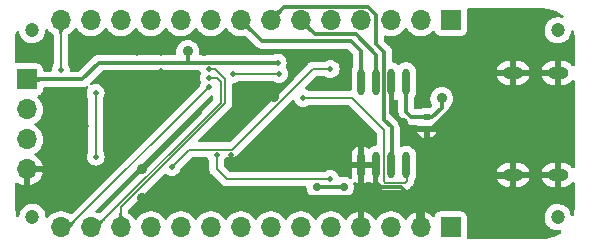
<source format=gbl>
%TF.GenerationSoftware,KiCad,Pcbnew,(6.0.10)*%
%TF.CreationDate,2023-01-24T04:26:28+08:00*%
%TF.ProjectId,UINIO-MCU-STM32L051K8,55494e49-4f2d-44d4-9355-2d53544d3332,Version 3.1.0*%
%TF.SameCoordinates,PX7d37aa0PY554e610*%
%TF.FileFunction,Copper,L2,Bot*%
%TF.FilePolarity,Positive*%
%FSLAX46Y46*%
G04 Gerber Fmt 4.6, Leading zero omitted, Abs format (unit mm)*
G04 Created by KiCad (PCBNEW (6.0.10)) date 2023-01-24 04:26:28*
%MOMM*%
%LPD*%
G01*
G04 APERTURE LIST*
G04 Aperture macros list*
%AMRoundRect*
0 Rectangle with rounded corners*
0 $1 Rounding radius*
0 $2 $3 $4 $5 $6 $7 $8 $9 X,Y pos of 4 corners*
0 Add a 4 corners polygon primitive as box body*
4,1,4,$2,$3,$4,$5,$6,$7,$8,$9,$2,$3,0*
0 Add four circle primitives for the rounded corners*
1,1,$1+$1,$2,$3*
1,1,$1+$1,$4,$5*
1,1,$1+$1,$6,$7*
1,1,$1+$1,$8,$9*
0 Add four rect primitives between the rounded corners*
20,1,$1+$1,$2,$3,$4,$5,0*
20,1,$1+$1,$4,$5,$6,$7,0*
20,1,$1+$1,$6,$7,$8,$9,0*
20,1,$1+$1,$8,$9,$2,$3,0*%
G04 Aperture macros list end*
%TA.AperFunction,ComponentPad*%
%ADD10C,1.200000*%
%TD*%
%TA.AperFunction,ComponentPad*%
%ADD11R,1.700000X1.700000*%
%TD*%
%TA.AperFunction,ComponentPad*%
%ADD12O,1.700000X1.700000*%
%TD*%
%TA.AperFunction,ComponentPad*%
%ADD13O,1.800000X1.000000*%
%TD*%
%TA.AperFunction,SMDPad,CuDef*%
%ADD14O,0.630000X2.250000*%
%TD*%
%TA.AperFunction,SMDPad,CuDef*%
%ADD15RoundRect,0.140000X0.170000X-0.140000X0.170000X0.140000X-0.170000X0.140000X-0.170000X-0.140000X0*%
%TD*%
%TA.AperFunction,ViaPad*%
%ADD16C,0.500000*%
%TD*%
%TA.AperFunction,ViaPad*%
%ADD17C,0.900000*%
%TD*%
%TA.AperFunction,ViaPad*%
%ADD18C,0.700000*%
%TD*%
%TA.AperFunction,Conductor*%
%ADD19C,0.300000*%
%TD*%
%TA.AperFunction,Conductor*%
%ADD20C,0.500000*%
%TD*%
%TA.AperFunction,Conductor*%
%ADD21C,0.400000*%
%TD*%
%TA.AperFunction,Conductor*%
%ADD22C,0.200000*%
%TD*%
G04 APERTURE END LIST*
D10*
%TO.P,Hole3,*%
%TO.N,*%
X43740000Y-18180000D03*
%TD*%
%TO.P,Hole1,*%
%TO.N,*%
X-770000Y-2360000D03*
%TD*%
D11*
%TO.P,J3,1,Pin_1*%
%TO.N,/VDD_3.3V*%
X-1210000Y-6520000D03*
D12*
%TO.P,J3,2,Pin_2*%
%TO.N,/PA13{slash}SWDIO*%
X-1210000Y-9060000D03*
%TO.P,J3,3,Pin_3*%
%TO.N,/PA14{slash}SWCLK*%
X-1210000Y-11600000D03*
%TO.P,J3,4,Pin_4*%
%TO.N,GND*%
X-1210000Y-14140000D03*
%TD*%
D13*
%TO.P,USB1,1,GND*%
%TO.N,GND*%
X39960000Y-14600000D03*
%TO.P,USB1,2,GND*%
X39960000Y-5960000D03*
%TO.P,USB1,3,GND*%
X43760000Y-14600000D03*
%TO.P,USB1,4,GND*%
X43760000Y-5960000D03*
%TD*%
D10*
%TO.P,Hole2,*%
%TO.N,*%
X-740000Y-18170000D03*
%TD*%
%TO.P,Hole4,*%
%TO.N,*%
X43740000Y-2360000D03*
%TD*%
D11*
%TO.P,J2,1,Pin_1*%
%TO.N,/VDD_5V*%
X34680000Y-19050000D03*
D12*
%TO.P,J2,2,Pin_2*%
%TO.N,GND*%
X32140000Y-19050000D03*
%TO.P,J2,3,Pin_3*%
%TO.N,/VDD_3.3V*%
X29600000Y-19050000D03*
%TO.P,J2,4,Pin_4*%
%TO.N,GND*%
X27060000Y-19050000D03*
%TO.P,J2,5,Pin_5*%
%TO.N,/NRST*%
X24520000Y-19050000D03*
%TO.P,J2,6,Pin_6*%
%TO.N,/PB8*%
X21980000Y-19050000D03*
%TO.P,J2,7,Pin_7*%
%TO.N,/PB7*%
X19440000Y-19050000D03*
%TO.P,J2,8,Pin_8*%
%TO.N,/PB6*%
X16900000Y-19050000D03*
%TO.P,J2,9,Pin_9*%
%TO.N,/PB5*%
X14360000Y-19050000D03*
%TO.P,J2,10,Pin_10*%
%TO.N,/PB4*%
X11820000Y-19050000D03*
%TO.P,J2,11,Pin_11*%
%TO.N,/PB3*%
X9280000Y-19050000D03*
%TO.P,J2,12,Pin_12*%
%TO.N,/PB2*%
X6740000Y-19050000D03*
%TO.P,J2,13,Pin_13*%
%TO.N,/PB1*%
X4200000Y-19050000D03*
%TO.P,J2,14,Pin_14*%
%TO.N,/PB0*%
X1660000Y-19050000D03*
%TD*%
D14*
%TO.P,U2,1,CS#*%
%TO.N,/PA4{slash}CS*%
X30915000Y-13760000D03*
%TO.P,U2,2,DO(IO1)*%
%TO.N,/PA6{slash}MISO*%
X29645000Y-13760000D03*
%TO.P,U2,3,WP#(IO2)*%
%TO.N,GND*%
X28375000Y-13760000D03*
%TO.P,U2,4,GND*%
X27105000Y-13760000D03*
%TO.P,U2,5,DI(IO0)*%
%TO.N,/PA7{slash}MOSI*%
X27105000Y-6700000D03*
%TO.P,U2,6,CLK*%
%TO.N,/PA5{slash}SCLK*%
X28375000Y-6700000D03*
%TO.P,U2,7,HOLD#/RESET#/(IO3)*%
%TO.N,GND*%
X29645000Y-6700000D03*
%TO.P,U2,8,VCC*%
%TO.N,/VDD_3.3V*%
X30915000Y-6700000D03*
%TD*%
D15*
%TO.P,C3,1*%
%TO.N,GND*%
X32630000Y-10680000D03*
%TO.P,C3,2*%
%TO.N,/VDD_3.3V*%
X32630000Y-9720000D03*
%TD*%
D11*
%TO.P,J1,1,Pin_1*%
%TO.N,/PA0*%
X34690000Y-1490000D03*
D12*
%TO.P,J1,2,Pin_2*%
%TO.N,/PA1*%
X32150000Y-1490000D03*
%TO.P,J1,3,Pin_3*%
%TO.N,/PA2*%
X29610000Y-1490000D03*
%TO.P,J1,4,Pin_4*%
%TO.N,/PA3*%
X27070000Y-1490000D03*
%TO.P,J1,5,Pin_5*%
%TO.N,/PA4{slash}CS*%
X24530000Y-1490000D03*
%TO.P,J1,6,Pin_6*%
%TO.N,/PA5{slash}SCLK*%
X21990000Y-1490000D03*
%TO.P,J1,7,Pin_7*%
%TO.N,/PA6{slash}MISO*%
X19450000Y-1490000D03*
%TO.P,J1,8,Pin_8*%
%TO.N,/PA7{slash}MOSI*%
X16910000Y-1490000D03*
%TO.P,J1,9,Pin_9*%
%TO.N,/PA8*%
X14370000Y-1490000D03*
%TO.P,J1,10,Pin_10*%
%TO.N,/PA9*%
X11830000Y-1490000D03*
%TO.P,J1,11,Pin_11*%
%TO.N,/PA10*%
X9290000Y-1490000D03*
%TO.P,J1,12,Pin_12*%
%TO.N,/PA11*%
X6750000Y-1490000D03*
%TO.P,J1,13,Pin_13*%
%TO.N,/PA12*%
X4210000Y-1490000D03*
%TO.P,J1,14,Pin_14*%
%TO.N,/PA15*%
X1670000Y-1490000D03*
%TD*%
D16*
%TO.N,GND*%
X35590000Y-3920000D03*
D17*
X13820000Y-4150000D03*
D16*
X5730000Y-3540000D03*
X3770000Y-10450000D03*
X260000Y-4010000D03*
D17*
X8550000Y-14140000D03*
X30630000Y-10230000D03*
D16*
X16105837Y-12899500D03*
X10160000Y-4290000D03*
D17*
X19740000Y-7970000D03*
D16*
X34620000Y-16130000D03*
X2950000Y-4940000D03*
X8120000Y-4280000D03*
D18*
X32220000Y-12420000D03*
D17*
X36960000Y-18580000D03*
D16*
X12940000Y-9720000D03*
X10620000Y-17350000D03*
X12520000Y-10160000D03*
X11630000Y-11050000D03*
X12040000Y-10590000D03*
D17*
X13670000Y-16480000D03*
D16*
X14070000Y-14740000D03*
X13390000Y-9290000D03*
D17*
X8570000Y-16550000D03*
D16*
X10170000Y-5810000D03*
%TO.N,/VDD_3.3V*%
X20030000Y-5090000D03*
D18*
X23330000Y-15649500D03*
D17*
X33912000Y-8112000D03*
X12400000Y-4150000D03*
D18*
X25610000Y-15630000D03*
D16*
%TO.N,/BOOT0*%
X11057647Y-13940000D03*
X24500000Y-5640000D03*
%TO.N,/NRST*%
X14850000Y-12899500D03*
X24480000Y-14940000D03*
%TO.N,/PA4{slash}CS*%
X22190000Y-8070000D03*
X20130000Y-6040000D03*
X16229500Y-6039977D03*
%TO.N,/PA15*%
X4610000Y-7680000D03*
X1660000Y-5680000D03*
X4620000Y-13050000D03*
%TO.N,/PB0*%
X14210000Y-7130000D03*
%TO.N,/PB1*%
X14210000Y-6370000D03*
%TO.N,/PB2*%
X14220000Y-5620000D03*
%TD*%
D19*
%TO.N,GND*%
X31890000Y-17110000D02*
X31890000Y-18650000D01*
X30990000Y-16510000D02*
X27310000Y-16510000D01*
X21230000Y-4820000D02*
X21230000Y-6480000D01*
X13700000Y-16510000D02*
X26780000Y-16510000D01*
D20*
X39960000Y-15600000D02*
X39960000Y-14600000D01*
X36980000Y-18580000D02*
X39960000Y-15600000D01*
D19*
X20540000Y-4130000D02*
X21230000Y-4820000D01*
X13840000Y-4130000D02*
X20540000Y-4130000D01*
D20*
X32220000Y-11820000D02*
X30630000Y-10230000D01*
X33170000Y-10680000D02*
X37655000Y-6195000D01*
D19*
X28375000Y-13760000D02*
X28375000Y-15255000D01*
D20*
X32220000Y-12420000D02*
X32220000Y-11820000D01*
D21*
X13390000Y-9290000D02*
X11630000Y-11050000D01*
D19*
X27105000Y-15265000D02*
X27930000Y-16090000D01*
D21*
X30610000Y-10230000D02*
X30630000Y-10230000D01*
D19*
X27130000Y-16510000D02*
X27060000Y-16580000D01*
D20*
X32630000Y-10680000D02*
X31080000Y-10680000D01*
D22*
X6470000Y-4280000D02*
X8120000Y-4280000D01*
D19*
X30440000Y-15660000D02*
X32030000Y-17250000D01*
D20*
X34850000Y-14660000D02*
X32260000Y-17250000D01*
D19*
X30870000Y-16090000D02*
X31890000Y-17110000D01*
D20*
X31080000Y-10680000D02*
X30630000Y-10230000D01*
D21*
X37655000Y-5985000D02*
X37655000Y-6195000D01*
D19*
X27060000Y-16580000D02*
X27060000Y-19050000D01*
X13610000Y-16540000D02*
X13670000Y-16480000D01*
D21*
X29645000Y-6700000D02*
X29645000Y-9265000D01*
X29645000Y-9265000D02*
X30610000Y-10230000D01*
X8550000Y-14140000D02*
X8550000Y-14130000D01*
D20*
X37655000Y-6195000D02*
X37890000Y-5960000D01*
D19*
X8570000Y-16550000D02*
X8580000Y-16540000D01*
X32030000Y-17250000D02*
X32030000Y-19050000D01*
D20*
X39110000Y-14660000D02*
X34850000Y-14660000D01*
D22*
X5730000Y-3540000D02*
X6470000Y-4280000D01*
D19*
X13820000Y-4150000D02*
X13840000Y-4130000D01*
X8580000Y-16540000D02*
X13610000Y-16540000D01*
D20*
X32260000Y-17250000D02*
X32260000Y-18930000D01*
X37890000Y-5960000D02*
X39960000Y-5960000D01*
D19*
X27930000Y-16090000D02*
X30870000Y-16090000D01*
X27130000Y-16510000D02*
X27310000Y-16510000D01*
X26780000Y-16510000D02*
X27130000Y-16510000D01*
X32140000Y-18810000D02*
X32140000Y-17660000D01*
X35590000Y-3920000D02*
X37655000Y-5985000D01*
D20*
X36960000Y-18580000D02*
X36980000Y-18580000D01*
D19*
X27105000Y-13760000D02*
X27105000Y-15265000D01*
X13670000Y-16480000D02*
X13700000Y-16510000D01*
X28780000Y-15660000D02*
X30440000Y-15660000D01*
X28375000Y-15255000D02*
X28780000Y-15660000D01*
X32140000Y-17660000D02*
X30990000Y-16510000D01*
D21*
X8550000Y-14130000D02*
X11630000Y-11050000D01*
D20*
X32630000Y-10680000D02*
X33170000Y-10680000D01*
D19*
X21230000Y-6480000D02*
X19740000Y-7970000D01*
%TO.N,/VDD_3.3V*%
X32630000Y-9720000D02*
X31330000Y-9720000D01*
X3480000Y-6520000D02*
X4910000Y-5090000D01*
X12400000Y-4150000D02*
X12400000Y-5020000D01*
X25590500Y-15649500D02*
X25610000Y-15630000D01*
X30915000Y-9305000D02*
X30915000Y-6700000D01*
X12400000Y-5020000D02*
X12470000Y-5090000D01*
X3480000Y-6520000D02*
X-1210000Y-6520000D01*
X31330000Y-9720000D02*
X30915000Y-9305000D01*
X32630000Y-9720000D02*
X33110000Y-9720000D01*
X33110000Y-9720000D02*
X33912000Y-8918000D01*
X23330000Y-15649500D02*
X25590500Y-15649500D01*
X33912000Y-8918000D02*
X33912000Y-8112000D01*
X4910000Y-5090000D02*
X12470000Y-5090000D01*
X20030000Y-5090000D02*
X12470000Y-5090000D01*
D22*
%TO.N,/BOOT0*%
X23020000Y-5640000D02*
X18740000Y-9920000D01*
X18725026Y-9920000D02*
X16195026Y-12450000D01*
X18740000Y-9920000D02*
X18725026Y-9920000D01*
X12547647Y-12450000D02*
X11057647Y-13940000D01*
X24500000Y-5640000D02*
X23020000Y-5640000D01*
X16195026Y-12450000D02*
X12547647Y-12450000D01*
%TO.N,/NRST*%
X24480000Y-14940000D02*
X15700000Y-14940000D01*
X14850000Y-14090000D02*
X14850000Y-12899500D01*
X15700000Y-14940000D02*
X14850000Y-14090000D01*
%TO.N,/PA4{slash}CS*%
X29140000Y-15250000D02*
X30820000Y-15250000D01*
X30955000Y-15115000D02*
X30955000Y-14105000D01*
X26300000Y-8070000D02*
X29010000Y-10780000D01*
X29010000Y-10780000D02*
X29010000Y-15120000D01*
X29010000Y-15120000D02*
X29140000Y-15250000D01*
X30820000Y-15250000D02*
X30955000Y-15115000D01*
X16229523Y-6040000D02*
X16229500Y-6039977D01*
X22190000Y-8070000D02*
X26300000Y-8070000D01*
X20130000Y-6040000D02*
X16229523Y-6040000D01*
D19*
%TO.N,/PA5{slash}SCLK*%
X28375000Y-4415000D02*
X26670000Y-2710000D01*
X23210000Y-2710000D02*
X21990000Y-1490000D01*
X26670000Y-2710000D02*
X23210000Y-2710000D01*
X28375000Y-6700000D02*
X28375000Y-4415000D01*
%TO.N,/PA6{slash}MISO*%
X29050000Y-9930000D02*
X29050000Y-4190000D01*
X28370000Y-3510000D02*
X28370000Y-1100000D01*
X29685000Y-13720000D02*
X29685000Y-10565000D01*
X20550000Y-390000D02*
X19450000Y-1490000D01*
X27660000Y-390000D02*
X20550000Y-390000D01*
X28370000Y-1100000D02*
X27660000Y-390000D01*
X29685000Y-10565000D02*
X29050000Y-9930000D01*
X29050000Y-4190000D02*
X28370000Y-3510000D01*
%TO.N,/PA7{slash}MOSI*%
X18660000Y-3240000D02*
X16910000Y-1490000D01*
X27105000Y-6700000D02*
X27105000Y-4085000D01*
X27105000Y-4085000D02*
X26260000Y-3240000D01*
X26260000Y-3240000D02*
X18660000Y-3240000D01*
D22*
%TO.N,/PA15*%
X1660000Y-5680000D02*
X1670000Y-5670000D01*
X1670000Y-5670000D02*
X1670000Y-1490000D01*
X4610000Y-13040000D02*
X4610000Y-7680000D01*
X4620000Y-13050000D02*
X4610000Y-13040000D01*
%TO.N,/PB0*%
X14210000Y-7130000D02*
X14210000Y-7140000D01*
X14210000Y-7140000D02*
X2300000Y-19050000D01*
%TO.N,/PB1*%
X14860000Y-6370000D02*
X15200000Y-6710000D01*
X15200000Y-8470000D02*
X4510000Y-19160000D01*
X14210000Y-6370000D02*
X14860000Y-6370000D01*
X15200000Y-6710000D02*
X15200000Y-8470000D01*
%TO.N,/PB2*%
X6740000Y-17354264D02*
X6740000Y-19050000D01*
X14710708Y-5620000D02*
X15590000Y-6499292D01*
X15590000Y-6499292D02*
X15590000Y-8504264D01*
X14220000Y-5620000D02*
X14710708Y-5620000D01*
X15590000Y-8504264D02*
X6740000Y-17354264D01*
%TD*%
%TA.AperFunction,Conductor*%
%TO.N,GND*%
G36*
X42575662Y-509804D02*
G01*
X42723191Y-511588D01*
X42737762Y-512611D01*
X43027881Y-550013D01*
X43042247Y-552720D01*
X43230388Y-599626D01*
X43326078Y-623483D01*
X43340035Y-627837D01*
X43613755Y-731007D01*
X43627105Y-736946D01*
X43887034Y-871139D01*
X43899601Y-878580D01*
X43943061Y-907849D01*
X44142229Y-1041983D01*
X44153862Y-1050841D01*
X44190274Y-1082063D01*
X44228967Y-1141589D01*
X44229336Y-1212585D01*
X44191262Y-1272509D01*
X44126835Y-1302337D01*
X44067365Y-1295419D01*
X44067082Y-1296376D01*
X44061580Y-1294746D01*
X44061570Y-1294745D01*
X44061552Y-1294738D01*
X44061550Y-1294737D01*
X44056180Y-1292595D01*
X43856366Y-1252849D01*
X43850592Y-1252773D01*
X43850588Y-1252773D01*
X43747452Y-1251424D01*
X43652655Y-1250183D01*
X43646958Y-1251162D01*
X43646957Y-1251162D01*
X43457567Y-1283705D01*
X43451870Y-1284684D01*
X43260734Y-1355198D01*
X43085649Y-1459363D01*
X42932478Y-1593690D01*
X42928911Y-1598215D01*
X42928906Y-1598220D01*
X42864815Y-1679520D01*
X42806351Y-1753681D01*
X42711492Y-1933978D01*
X42661899Y-2093692D01*
X42658508Y-2104616D01*
X42651078Y-2128543D01*
X42627132Y-2330859D01*
X42640457Y-2534151D01*
X42690605Y-2731610D01*
X42775898Y-2916624D01*
X42893479Y-3082997D01*
X42897613Y-3087024D01*
X43025732Y-3211832D01*
X43039410Y-3225157D01*
X43044206Y-3228362D01*
X43044209Y-3228364D01*
X43094727Y-3262119D01*
X43208803Y-3338342D01*
X43214106Y-3340620D01*
X43214109Y-3340622D01*
X43303115Y-3378862D01*
X43395987Y-3418763D01*
X43468817Y-3435243D01*
X43589055Y-3462450D01*
X43589060Y-3462451D01*
X43594692Y-3463725D01*
X43600463Y-3463952D01*
X43600465Y-3463952D01*
X43663470Y-3466427D01*
X43798263Y-3471723D01*
X43999883Y-3442490D01*
X44005347Y-3440635D01*
X44005352Y-3440634D01*
X44187327Y-3378862D01*
X44187332Y-3378860D01*
X44192799Y-3377004D01*
X44231287Y-3355450D01*
X44267567Y-3335132D01*
X44370551Y-3277458D01*
X44527186Y-3147186D01*
X44657458Y-2990551D01*
X44729761Y-2861445D01*
X44754180Y-2817842D01*
X44754181Y-2817840D01*
X44757004Y-2812799D01*
X44758860Y-2807332D01*
X44758862Y-2807327D01*
X44820634Y-2625352D01*
X44820635Y-2625347D01*
X44822490Y-2619883D01*
X44823318Y-2614172D01*
X44823319Y-2614168D01*
X44841345Y-2489838D01*
X44845361Y-2462139D01*
X44874930Y-2397594D01*
X44934702Y-2359281D01*
X45005699Y-2359365D01*
X45065379Y-2397819D01*
X45091102Y-2445232D01*
X45123884Y-2558649D01*
X45127123Y-2572908D01*
X45173625Y-2851753D01*
X45175241Y-2861445D01*
X45176805Y-2875980D01*
X45180791Y-2957066D01*
X45189447Y-3133143D01*
X45187921Y-3159822D01*
X45186386Y-3169133D01*
X45187471Y-3178050D01*
X45190577Y-3203577D01*
X45191500Y-3218796D01*
X45191500Y-5276390D01*
X45171498Y-5344511D01*
X45117842Y-5391004D01*
X45047568Y-5401108D01*
X44982988Y-5371614D01*
X44967303Y-5355342D01*
X44887532Y-5256127D01*
X44878954Y-5247368D01*
X44736961Y-5128222D01*
X44726841Y-5121292D01*
X44564415Y-5031998D01*
X44553142Y-5027166D01*
X44376462Y-4971120D01*
X44364468Y-4968570D01*
X44220239Y-4952393D01*
X44213215Y-4952000D01*
X44032115Y-4952000D01*
X44016876Y-4956475D01*
X44015671Y-4957865D01*
X44014000Y-4965548D01*
X44014000Y-6949885D01*
X44018475Y-6965124D01*
X44019865Y-6966329D01*
X44027548Y-6968000D01*
X44206657Y-6968000D01*
X44212805Y-6967699D01*
X44350603Y-6954188D01*
X44362638Y-6951805D01*
X44540076Y-6898233D01*
X44551416Y-6893559D01*
X44715077Y-6806540D01*
X44725294Y-6799751D01*
X44868933Y-6682603D01*
X44877637Y-6673959D01*
X44968415Y-6564227D01*
X45027249Y-6524488D01*
X45098227Y-6522866D01*
X45158815Y-6559876D01*
X45189775Y-6623766D01*
X45191500Y-6644542D01*
X45191500Y-13916390D01*
X45171498Y-13984511D01*
X45117842Y-14031004D01*
X45047568Y-14041108D01*
X44982988Y-14011614D01*
X44967303Y-13995342D01*
X44887532Y-13896127D01*
X44878954Y-13887368D01*
X44736961Y-13768222D01*
X44726841Y-13761292D01*
X44564415Y-13671998D01*
X44553142Y-13667166D01*
X44376462Y-13611120D01*
X44364468Y-13608570D01*
X44220239Y-13592393D01*
X44213215Y-13592000D01*
X44032115Y-13592000D01*
X44016876Y-13596475D01*
X44015671Y-13597865D01*
X44014000Y-13605548D01*
X44014000Y-15589885D01*
X44018475Y-15605124D01*
X44019865Y-15606329D01*
X44027548Y-15608000D01*
X44206657Y-15608000D01*
X44212805Y-15607699D01*
X44350603Y-15594188D01*
X44362638Y-15591805D01*
X44540076Y-15538233D01*
X44551416Y-15533559D01*
X44715077Y-15446540D01*
X44725294Y-15439751D01*
X44868933Y-15322603D01*
X44877637Y-15313959D01*
X44968415Y-15204227D01*
X45027249Y-15164488D01*
X45098227Y-15162866D01*
X45158815Y-15199876D01*
X45189775Y-15263766D01*
X45191500Y-15284542D01*
X45191500Y-17134617D01*
X45190233Y-17152439D01*
X45186271Y-17180168D01*
X45187546Y-17189050D01*
X45187546Y-17189056D01*
X45188839Y-17198061D01*
X45189997Y-17221495D01*
X45180408Y-17439715D01*
X45177980Y-17494965D01*
X45176556Y-17509106D01*
X45134256Y-17776606D01*
X45129422Y-17807173D01*
X45126412Y-17821069D01*
X45080973Y-17985418D01*
X45079776Y-17989746D01*
X45042344Y-18050073D01*
X44978239Y-18080587D01*
X44907813Y-18071598D01*
X44853427Y-18025962D01*
X44834895Y-17980249D01*
X44834608Y-17977126D01*
X44811871Y-17896507D01*
X44780875Y-17786606D01*
X44780874Y-17786604D01*
X44779307Y-17781047D01*
X44771822Y-17765867D01*
X44691756Y-17603510D01*
X44689201Y-17598329D01*
X44685603Y-17593510D01*
X44570758Y-17439715D01*
X44570758Y-17439714D01*
X44567305Y-17435091D01*
X44417703Y-17296800D01*
X44369536Y-17266409D01*
X44250288Y-17191169D01*
X44250283Y-17191167D01*
X44245404Y-17188088D01*
X44056180Y-17112595D01*
X43856366Y-17072849D01*
X43850592Y-17072773D01*
X43850588Y-17072773D01*
X43747452Y-17071424D01*
X43652655Y-17070183D01*
X43646958Y-17071162D01*
X43646957Y-17071162D01*
X43470586Y-17101468D01*
X43451870Y-17104684D01*
X43260734Y-17175198D01*
X43255773Y-17178150D01*
X43255772Y-17178150D01*
X43107423Y-17266409D01*
X43085649Y-17279363D01*
X42932478Y-17413690D01*
X42928911Y-17418215D01*
X42928906Y-17418220D01*
X42857087Y-17509323D01*
X42806351Y-17573681D01*
X42803662Y-17578792D01*
X42803660Y-17578795D01*
X42793383Y-17598329D01*
X42711492Y-17753978D01*
X42651078Y-17948543D01*
X42627132Y-18150859D01*
X42640457Y-18354151D01*
X42690605Y-18551610D01*
X42775898Y-18736624D01*
X42893479Y-18902997D01*
X43039410Y-19045157D01*
X43044206Y-19048362D01*
X43044209Y-19048364D01*
X43106947Y-19090284D01*
X43208803Y-19158342D01*
X43214106Y-19160620D01*
X43214109Y-19160622D01*
X43386174Y-19234547D01*
X43395987Y-19238763D01*
X43468817Y-19255243D01*
X43589055Y-19282450D01*
X43589060Y-19282451D01*
X43594692Y-19283725D01*
X43600463Y-19283952D01*
X43600465Y-19283952D01*
X43663470Y-19286427D01*
X43798263Y-19291723D01*
X43918083Y-19274350D01*
X43988368Y-19284370D01*
X44042079Y-19330799D01*
X44062162Y-19398896D01*
X44042241Y-19467040D01*
X44009736Y-19501334D01*
X43901622Y-19579098D01*
X43889628Y-19586737D01*
X43626355Y-19734220D01*
X43613577Y-19740458D01*
X43585920Y-19752077D01*
X43335368Y-19857336D01*
X43321983Y-19862090D01*
X43032354Y-19946881D01*
X43018511Y-19950097D01*
X42721191Y-20001711D01*
X42707081Y-20003347D01*
X42441331Y-20019036D01*
X42414830Y-20017802D01*
X42413863Y-20017654D01*
X42413860Y-20017654D01*
X42404987Y-20016295D01*
X42396091Y-20017481D01*
X42396090Y-20017481D01*
X42389145Y-20018407D01*
X42374231Y-20020395D01*
X42357583Y-20021500D01*
X36164500Y-20021500D01*
X36096379Y-20001498D01*
X36049886Y-19947842D01*
X36038500Y-19895500D01*
X36038500Y-18151866D01*
X36031745Y-18089684D01*
X35980615Y-17953295D01*
X35893261Y-17836739D01*
X35776705Y-17749385D01*
X35640316Y-17698255D01*
X35578134Y-17691500D01*
X33781866Y-17691500D01*
X33719684Y-17698255D01*
X33583295Y-17749385D01*
X33466739Y-17836739D01*
X33379385Y-17953295D01*
X33376233Y-17961703D01*
X33376232Y-17961705D01*
X33334722Y-18072433D01*
X33292081Y-18129198D01*
X33225519Y-18153898D01*
X33156170Y-18138691D01*
X33123546Y-18113004D01*
X33072799Y-18057234D01*
X33065273Y-18050215D01*
X32898139Y-17918222D01*
X32889552Y-17912517D01*
X32703117Y-17809599D01*
X32693705Y-17805369D01*
X32492959Y-17734280D01*
X32482988Y-17731646D01*
X32411837Y-17718972D01*
X32398540Y-17720432D01*
X32394000Y-17734989D01*
X32394000Y-19178000D01*
X32373998Y-19246121D01*
X32320342Y-19292614D01*
X32268000Y-19304000D01*
X32012000Y-19304000D01*
X31943879Y-19283998D01*
X31897386Y-19230342D01*
X31886000Y-19178000D01*
X31886000Y-17733102D01*
X31882082Y-17719758D01*
X31867806Y-17717771D01*
X31829324Y-17723660D01*
X31819288Y-17726051D01*
X31616868Y-17792212D01*
X31607359Y-17796209D01*
X31418463Y-17894542D01*
X31409738Y-17900036D01*
X31239433Y-18027905D01*
X31231726Y-18034748D01*
X31084590Y-18188717D01*
X31078109Y-18196722D01*
X30973498Y-18350074D01*
X30918587Y-18395076D01*
X30848062Y-18403247D01*
X30784315Y-18371993D01*
X30763618Y-18347509D01*
X30682822Y-18222617D01*
X30682820Y-18222614D01*
X30680014Y-18218277D01*
X30529670Y-18053051D01*
X30525619Y-18049852D01*
X30525615Y-18049848D01*
X30358414Y-17917800D01*
X30358410Y-17917798D01*
X30354359Y-17914598D01*
X30349829Y-17912097D01*
X30233046Y-17847630D01*
X30158789Y-17806638D01*
X30153920Y-17804914D01*
X30153916Y-17804912D01*
X29953087Y-17733795D01*
X29953083Y-17733794D01*
X29948212Y-17732069D01*
X29943119Y-17731162D01*
X29943116Y-17731161D01*
X29733373Y-17693800D01*
X29733367Y-17693799D01*
X29728284Y-17692894D01*
X29654452Y-17691992D01*
X29510081Y-17690228D01*
X29510079Y-17690228D01*
X29504911Y-17690165D01*
X29284091Y-17723955D01*
X29071756Y-17793357D01*
X28873607Y-17896507D01*
X28869474Y-17899610D01*
X28869471Y-17899612D01*
X28699100Y-18027530D01*
X28694965Y-18030635D01*
X28691393Y-18034373D01*
X28561785Y-18170000D01*
X28540629Y-18192138D01*
X28433204Y-18349618D01*
X28432898Y-18350066D01*
X28377987Y-18395069D01*
X28307462Y-18403240D01*
X28243715Y-18371986D01*
X28223018Y-18347502D01*
X28142426Y-18222926D01*
X28136136Y-18214757D01*
X27992806Y-18057240D01*
X27985273Y-18050215D01*
X27818139Y-17918222D01*
X27809552Y-17912517D01*
X27623117Y-17809599D01*
X27613705Y-17805369D01*
X27412959Y-17734280D01*
X27402988Y-17731646D01*
X27331837Y-17718972D01*
X27318540Y-17720432D01*
X27314000Y-17734989D01*
X27314000Y-19178000D01*
X27293998Y-19246121D01*
X27240342Y-19292614D01*
X27188000Y-19304000D01*
X26932000Y-19304000D01*
X26863879Y-19283998D01*
X26817386Y-19230342D01*
X26806000Y-19178000D01*
X26806000Y-17733102D01*
X26802082Y-17719758D01*
X26787806Y-17717771D01*
X26749324Y-17723660D01*
X26739288Y-17726051D01*
X26536868Y-17792212D01*
X26527359Y-17796209D01*
X26338463Y-17894542D01*
X26329738Y-17900036D01*
X26159433Y-18027905D01*
X26151726Y-18034748D01*
X26004590Y-18188717D01*
X25998109Y-18196722D01*
X25893498Y-18350074D01*
X25838587Y-18395076D01*
X25768062Y-18403247D01*
X25704315Y-18371993D01*
X25683618Y-18347509D01*
X25602822Y-18222617D01*
X25602820Y-18222614D01*
X25600014Y-18218277D01*
X25449670Y-18053051D01*
X25445619Y-18049852D01*
X25445615Y-18049848D01*
X25278414Y-17917800D01*
X25278410Y-17917798D01*
X25274359Y-17914598D01*
X25269829Y-17912097D01*
X25153046Y-17847630D01*
X25078789Y-17806638D01*
X25073920Y-17804914D01*
X25073916Y-17804912D01*
X24873087Y-17733795D01*
X24873083Y-17733794D01*
X24868212Y-17732069D01*
X24863119Y-17731162D01*
X24863116Y-17731161D01*
X24653373Y-17693800D01*
X24653367Y-17693799D01*
X24648284Y-17692894D01*
X24574452Y-17691992D01*
X24430081Y-17690228D01*
X24430079Y-17690228D01*
X24424911Y-17690165D01*
X24204091Y-17723955D01*
X23991756Y-17793357D01*
X23793607Y-17896507D01*
X23789474Y-17899610D01*
X23789471Y-17899612D01*
X23619100Y-18027530D01*
X23614965Y-18030635D01*
X23611393Y-18034373D01*
X23481785Y-18170000D01*
X23460629Y-18192138D01*
X23353201Y-18349621D01*
X23298293Y-18394621D01*
X23227768Y-18402792D01*
X23164021Y-18371538D01*
X23143324Y-18347054D01*
X23062822Y-18222617D01*
X23062820Y-18222614D01*
X23060014Y-18218277D01*
X22909670Y-18053051D01*
X22905619Y-18049852D01*
X22905615Y-18049848D01*
X22738414Y-17917800D01*
X22738410Y-17917798D01*
X22734359Y-17914598D01*
X22729829Y-17912097D01*
X22613046Y-17847630D01*
X22538789Y-17806638D01*
X22533920Y-17804914D01*
X22533916Y-17804912D01*
X22333087Y-17733795D01*
X22333083Y-17733794D01*
X22328212Y-17732069D01*
X22323119Y-17731162D01*
X22323116Y-17731161D01*
X22113373Y-17693800D01*
X22113367Y-17693799D01*
X22108284Y-17692894D01*
X22034452Y-17691992D01*
X21890081Y-17690228D01*
X21890079Y-17690228D01*
X21884911Y-17690165D01*
X21664091Y-17723955D01*
X21451756Y-17793357D01*
X21253607Y-17896507D01*
X21249474Y-17899610D01*
X21249471Y-17899612D01*
X21079100Y-18027530D01*
X21074965Y-18030635D01*
X21071393Y-18034373D01*
X20941785Y-18170000D01*
X20920629Y-18192138D01*
X20813201Y-18349621D01*
X20758293Y-18394621D01*
X20687768Y-18402792D01*
X20624021Y-18371538D01*
X20603324Y-18347054D01*
X20522822Y-18222617D01*
X20522820Y-18222614D01*
X20520014Y-18218277D01*
X20369670Y-18053051D01*
X20365619Y-18049852D01*
X20365615Y-18049848D01*
X20198414Y-17917800D01*
X20198410Y-17917798D01*
X20194359Y-17914598D01*
X20189829Y-17912097D01*
X20073046Y-17847630D01*
X19998789Y-17806638D01*
X19993920Y-17804914D01*
X19993916Y-17804912D01*
X19793087Y-17733795D01*
X19793083Y-17733794D01*
X19788212Y-17732069D01*
X19783119Y-17731162D01*
X19783116Y-17731161D01*
X19573373Y-17693800D01*
X19573367Y-17693799D01*
X19568284Y-17692894D01*
X19494452Y-17691992D01*
X19350081Y-17690228D01*
X19350079Y-17690228D01*
X19344911Y-17690165D01*
X19124091Y-17723955D01*
X18911756Y-17793357D01*
X18713607Y-17896507D01*
X18709474Y-17899610D01*
X18709471Y-17899612D01*
X18539100Y-18027530D01*
X18534965Y-18030635D01*
X18531393Y-18034373D01*
X18401785Y-18170000D01*
X18380629Y-18192138D01*
X18273201Y-18349621D01*
X18218293Y-18394621D01*
X18147768Y-18402792D01*
X18084021Y-18371538D01*
X18063324Y-18347054D01*
X17982822Y-18222617D01*
X17982820Y-18222614D01*
X17980014Y-18218277D01*
X17829670Y-18053051D01*
X17825619Y-18049852D01*
X17825615Y-18049848D01*
X17658414Y-17917800D01*
X17658410Y-17917798D01*
X17654359Y-17914598D01*
X17649829Y-17912097D01*
X17533046Y-17847630D01*
X17458789Y-17806638D01*
X17453920Y-17804914D01*
X17453916Y-17804912D01*
X17253087Y-17733795D01*
X17253083Y-17733794D01*
X17248212Y-17732069D01*
X17243119Y-17731162D01*
X17243116Y-17731161D01*
X17033373Y-17693800D01*
X17033367Y-17693799D01*
X17028284Y-17692894D01*
X16954452Y-17691992D01*
X16810081Y-17690228D01*
X16810079Y-17690228D01*
X16804911Y-17690165D01*
X16584091Y-17723955D01*
X16371756Y-17793357D01*
X16173607Y-17896507D01*
X16169474Y-17899610D01*
X16169471Y-17899612D01*
X15999100Y-18027530D01*
X15994965Y-18030635D01*
X15991393Y-18034373D01*
X15861785Y-18170000D01*
X15840629Y-18192138D01*
X15733201Y-18349621D01*
X15678293Y-18394621D01*
X15607768Y-18402792D01*
X15544021Y-18371538D01*
X15523324Y-18347054D01*
X15442822Y-18222617D01*
X15442820Y-18222614D01*
X15440014Y-18218277D01*
X15289670Y-18053051D01*
X15285619Y-18049852D01*
X15285615Y-18049848D01*
X15118414Y-17917800D01*
X15118410Y-17917798D01*
X15114359Y-17914598D01*
X15109829Y-17912097D01*
X14993046Y-17847630D01*
X14918789Y-17806638D01*
X14913920Y-17804914D01*
X14913916Y-17804912D01*
X14713087Y-17733795D01*
X14713083Y-17733794D01*
X14708212Y-17732069D01*
X14703119Y-17731162D01*
X14703116Y-17731161D01*
X14493373Y-17693800D01*
X14493367Y-17693799D01*
X14488284Y-17692894D01*
X14414452Y-17691992D01*
X14270081Y-17690228D01*
X14270079Y-17690228D01*
X14264911Y-17690165D01*
X14044091Y-17723955D01*
X13831756Y-17793357D01*
X13633607Y-17896507D01*
X13629474Y-17899610D01*
X13629471Y-17899612D01*
X13459100Y-18027530D01*
X13454965Y-18030635D01*
X13451393Y-18034373D01*
X13321785Y-18170000D01*
X13300629Y-18192138D01*
X13193201Y-18349621D01*
X13138293Y-18394621D01*
X13067768Y-18402792D01*
X13004021Y-18371538D01*
X12983324Y-18347054D01*
X12902822Y-18222617D01*
X12902820Y-18222614D01*
X12900014Y-18218277D01*
X12749670Y-18053051D01*
X12745619Y-18049852D01*
X12745615Y-18049848D01*
X12578414Y-17917800D01*
X12578410Y-17917798D01*
X12574359Y-17914598D01*
X12569829Y-17912097D01*
X12453046Y-17847630D01*
X12378789Y-17806638D01*
X12373920Y-17804914D01*
X12373916Y-17804912D01*
X12173087Y-17733795D01*
X12173083Y-17733794D01*
X12168212Y-17732069D01*
X12163119Y-17731162D01*
X12163116Y-17731161D01*
X11953373Y-17693800D01*
X11953367Y-17693799D01*
X11948284Y-17692894D01*
X11874452Y-17691992D01*
X11730081Y-17690228D01*
X11730079Y-17690228D01*
X11724911Y-17690165D01*
X11504091Y-17723955D01*
X11291756Y-17793357D01*
X11093607Y-17896507D01*
X11089474Y-17899610D01*
X11089471Y-17899612D01*
X10919100Y-18027530D01*
X10914965Y-18030635D01*
X10911393Y-18034373D01*
X10781785Y-18170000D01*
X10760629Y-18192138D01*
X10653201Y-18349621D01*
X10598293Y-18394621D01*
X10527768Y-18402792D01*
X10464021Y-18371538D01*
X10443324Y-18347054D01*
X10362822Y-18222617D01*
X10362820Y-18222614D01*
X10360014Y-18218277D01*
X10209670Y-18053051D01*
X10205619Y-18049852D01*
X10205615Y-18049848D01*
X10038414Y-17917800D01*
X10038410Y-17917798D01*
X10034359Y-17914598D01*
X10029829Y-17912097D01*
X9913046Y-17847630D01*
X9838789Y-17806638D01*
X9833920Y-17804914D01*
X9833916Y-17804912D01*
X9633087Y-17733795D01*
X9633083Y-17733794D01*
X9628212Y-17732069D01*
X9623119Y-17731162D01*
X9623116Y-17731161D01*
X9413373Y-17693800D01*
X9413367Y-17693799D01*
X9408284Y-17692894D01*
X9334452Y-17691992D01*
X9190081Y-17690228D01*
X9190079Y-17690228D01*
X9184911Y-17690165D01*
X8964091Y-17723955D01*
X8751756Y-17793357D01*
X8553607Y-17896507D01*
X8549474Y-17899610D01*
X8549471Y-17899612D01*
X8379100Y-18027530D01*
X8374965Y-18030635D01*
X8371393Y-18034373D01*
X8241785Y-18170000D01*
X8220629Y-18192138D01*
X8113201Y-18349621D01*
X8058293Y-18394621D01*
X7987768Y-18402792D01*
X7924021Y-18371538D01*
X7903324Y-18347054D01*
X7822822Y-18222617D01*
X7822820Y-18222614D01*
X7820014Y-18218277D01*
X7669670Y-18053051D01*
X7665619Y-18049852D01*
X7665615Y-18049848D01*
X7498412Y-17917799D01*
X7494359Y-17914598D01*
X7489844Y-17912105D01*
X7489831Y-17912097D01*
X7422864Y-17875129D01*
X7372893Y-17824696D01*
X7358389Y-17777414D01*
X7357881Y-17772361D01*
X7355877Y-17752402D01*
X7355321Y-17744151D01*
X7355315Y-17743978D01*
X7353585Y-17693653D01*
X7353473Y-17692239D01*
X7351387Y-17666001D01*
X7365926Y-17596509D01*
X7387895Y-17566918D01*
X10411553Y-14543260D01*
X10473865Y-14509234D01*
X10544680Y-14514299D01*
X10570418Y-14529178D01*
X10571102Y-14528132D01*
X10706673Y-14616847D01*
X10713493Y-14621310D01*
X10720097Y-14623766D01*
X10720099Y-14623767D01*
X10754800Y-14636672D01*
X10872988Y-14680626D01*
X11041662Y-14703132D01*
X11048673Y-14702494D01*
X11048677Y-14702494D01*
X11204109Y-14688348D01*
X11211130Y-14687709D01*
X11217832Y-14685531D01*
X11217834Y-14685531D01*
X11366270Y-14637301D01*
X11366273Y-14637300D01*
X11372969Y-14635124D01*
X11519137Y-14547990D01*
X11524231Y-14543139D01*
X11524235Y-14543136D01*
X11617142Y-14454661D01*
X11642368Y-14430639D01*
X11660447Y-14403429D01*
X11700513Y-14343124D01*
X11736538Y-14288902D01*
X11796966Y-14129825D01*
X11802315Y-14091762D01*
X11831602Y-14027088D01*
X11837994Y-14020202D01*
X12762791Y-13095405D01*
X12825103Y-13061379D01*
X12851886Y-13058500D01*
X14012607Y-13058500D01*
X14080728Y-13078502D01*
X14127221Y-13132158D01*
X14132165Y-13144728D01*
X14157094Y-13219667D01*
X14160741Y-13225689D01*
X14160742Y-13225691D01*
X14223276Y-13328947D01*
X14241500Y-13394218D01*
X14241500Y-14041864D01*
X14240422Y-14058307D01*
X14236250Y-14090000D01*
X14241500Y-14129880D01*
X14241500Y-14129885D01*
X14254609Y-14229457D01*
X14257162Y-14248851D01*
X14318476Y-14396876D01*
X14323503Y-14403427D01*
X14323504Y-14403429D01*
X14391520Y-14492069D01*
X14391526Y-14492075D01*
X14416013Y-14523987D01*
X14422568Y-14529017D01*
X14441379Y-14543452D01*
X14453770Y-14554319D01*
X15235685Y-15336234D01*
X15246552Y-15348625D01*
X15266013Y-15373987D01*
X15272563Y-15379013D01*
X15297921Y-15398471D01*
X15297937Y-15398485D01*
X15334938Y-15426876D01*
X15393124Y-15471524D01*
X15467137Y-15502181D01*
X15533520Y-15529678D01*
X15533523Y-15529679D01*
X15541150Y-15532838D01*
X15700000Y-15553751D01*
X15731699Y-15549578D01*
X15748144Y-15548500D01*
X22342704Y-15548500D01*
X22410825Y-15568502D01*
X22457318Y-15622158D01*
X22468014Y-15661329D01*
X22483585Y-15809475D01*
X22485635Y-15828975D01*
X22487675Y-15835253D01*
X22487675Y-15835254D01*
X22490969Y-15845391D01*
X22541401Y-16000607D01*
X22631633Y-16156893D01*
X22752387Y-16291004D01*
X22757729Y-16294885D01*
X22757731Y-16294887D01*
X22875241Y-16380263D01*
X22898385Y-16397078D01*
X22904413Y-16399762D01*
X22904415Y-16399763D01*
X23019450Y-16450980D01*
X23063248Y-16470480D01*
X23141572Y-16487128D01*
X23233311Y-16506628D01*
X23233315Y-16506628D01*
X23239768Y-16508000D01*
X23420232Y-16508000D01*
X23426685Y-16506628D01*
X23426689Y-16506628D01*
X23518428Y-16487128D01*
X23596752Y-16470480D01*
X23640550Y-16450980D01*
X23755585Y-16399763D01*
X23755587Y-16399762D01*
X23761615Y-16397078D01*
X23788455Y-16377578D01*
X23851099Y-16332064D01*
X23917967Y-16308205D01*
X23925160Y-16308000D01*
X25041679Y-16308000D01*
X25115741Y-16332064D01*
X25178385Y-16377578D01*
X25184413Y-16380262D01*
X25184415Y-16380263D01*
X25228213Y-16399763D01*
X25343248Y-16450980D01*
X25431508Y-16469740D01*
X25513311Y-16487128D01*
X25513315Y-16487128D01*
X25519768Y-16488500D01*
X25700232Y-16488500D01*
X25706685Y-16487128D01*
X25706689Y-16487128D01*
X25788492Y-16469740D01*
X25876752Y-16450980D01*
X25991787Y-16399763D01*
X26035585Y-16380263D01*
X26035587Y-16380262D01*
X26041615Y-16377578D01*
X26137381Y-16308000D01*
X26182269Y-16275387D01*
X26182271Y-16275385D01*
X26187613Y-16271504D01*
X26308367Y-16137393D01*
X26363311Y-16042227D01*
X26395295Y-15986830D01*
X26395296Y-15986829D01*
X26398599Y-15981107D01*
X26436730Y-15863750D01*
X26452325Y-15815754D01*
X26452325Y-15815753D01*
X26454365Y-15809475D01*
X26473229Y-15630000D01*
X26466765Y-15568502D01*
X26455055Y-15457089D01*
X26455055Y-15457088D01*
X26454365Y-15450525D01*
X26450526Y-15438708D01*
X26432090Y-15381969D01*
X26430063Y-15311001D01*
X26466725Y-15250203D01*
X26530438Y-15218878D01*
X26600971Y-15226972D01*
X26619437Y-15236647D01*
X26735990Y-15310613D01*
X26748576Y-15316752D01*
X26833934Y-15347147D01*
X26848013Y-15347943D01*
X26851000Y-15342273D01*
X26851000Y-15334848D01*
X27359000Y-15334848D01*
X27362973Y-15348379D01*
X27369647Y-15349338D01*
X27450967Y-15321655D01*
X27463633Y-15315694D01*
X27608897Y-15226328D01*
X27619924Y-15217712D01*
X27651371Y-15186917D01*
X27714036Y-15153547D01*
X27784795Y-15159353D01*
X27828935Y-15188157D01*
X27851079Y-15210456D01*
X27861988Y-15219227D01*
X28005990Y-15310613D01*
X28018576Y-15316752D01*
X28103934Y-15347147D01*
X28118013Y-15347943D01*
X28121000Y-15342273D01*
X28121000Y-14032115D01*
X28116525Y-14016876D01*
X28115135Y-14015671D01*
X28107452Y-14014000D01*
X27377115Y-14014000D01*
X27361876Y-14018475D01*
X27360671Y-14019865D01*
X27359000Y-14027548D01*
X27359000Y-15334848D01*
X26851000Y-15334848D01*
X26851000Y-14032115D01*
X26846525Y-14016876D01*
X26845135Y-14015671D01*
X26837452Y-14014000D01*
X26300115Y-14014000D01*
X26284876Y-14018475D01*
X26283671Y-14019865D01*
X26282000Y-14027548D01*
X26282000Y-14612905D01*
X26282393Y-14619929D01*
X26296589Y-14746490D01*
X26299690Y-14760140D01*
X26311881Y-14795149D01*
X26315393Y-14866059D01*
X26280011Y-14927611D01*
X26216969Y-14960263D01*
X26146281Y-14953648D01*
X26118828Y-14938521D01*
X26118764Y-14938474D01*
X26041615Y-14882422D01*
X26035587Y-14879738D01*
X26035585Y-14879737D01*
X25882783Y-14811705D01*
X25882781Y-14811705D01*
X25876752Y-14809020D01*
X25788492Y-14790260D01*
X25706689Y-14772872D01*
X25706685Y-14772872D01*
X25700232Y-14771500D01*
X25519768Y-14771500D01*
X25485531Y-14778777D01*
X25353544Y-14806831D01*
X25282754Y-14801429D01*
X25226121Y-14758612D01*
X25208357Y-14725021D01*
X25192041Y-14678169D01*
X25168368Y-14610189D01*
X25078192Y-14465879D01*
X25043198Y-14430639D01*
X24963248Y-14350129D01*
X24958286Y-14345132D01*
X24941111Y-14334232D01*
X24878933Y-14294773D01*
X24814608Y-14253951D01*
X24654300Y-14196868D01*
X24485329Y-14176720D01*
X24478326Y-14177456D01*
X24478325Y-14177456D01*
X24323101Y-14193770D01*
X24323097Y-14193771D01*
X24316093Y-14194507D01*
X24309422Y-14196778D01*
X24161673Y-14247075D01*
X24161670Y-14247076D01*
X24155003Y-14249346D01*
X24149005Y-14253036D01*
X24149003Y-14253037D01*
X24051831Y-14312818D01*
X23985809Y-14331500D01*
X16004239Y-14331500D01*
X15936118Y-14311498D01*
X15915144Y-14294595D01*
X15495405Y-13874856D01*
X15461379Y-13812544D01*
X15458500Y-13785761D01*
X15458500Y-13487885D01*
X26282000Y-13487885D01*
X26286475Y-13503124D01*
X26287865Y-13504329D01*
X26295548Y-13506000D01*
X26832885Y-13506000D01*
X26848124Y-13501525D01*
X26849329Y-13500135D01*
X26851000Y-13492452D01*
X26851000Y-12185152D01*
X26847027Y-12171621D01*
X26840353Y-12170662D01*
X26759033Y-12198345D01*
X26746367Y-12204306D01*
X26601103Y-12293672D01*
X26590071Y-12302292D01*
X26468217Y-12421620D01*
X26459369Y-12432470D01*
X26366983Y-12575824D01*
X26360753Y-12588373D01*
X26302423Y-12748634D01*
X26299131Y-12762242D01*
X26282497Y-12893919D01*
X26282000Y-12901810D01*
X26282000Y-13487885D01*
X15458500Y-13487885D01*
X15458500Y-13392390D01*
X15479552Y-13322663D01*
X15524990Y-13254273D01*
X15528891Y-13248402D01*
X15570162Y-13139756D01*
X15613051Y-13083178D01*
X15679719Y-13058769D01*
X15687950Y-13058500D01*
X16146890Y-13058500D01*
X16163333Y-13059578D01*
X16195026Y-13063750D01*
X16203215Y-13062672D01*
X16234900Y-13058501D01*
X16234910Y-13058500D01*
X16234911Y-13058500D01*
X16299475Y-13050000D01*
X16334483Y-13045391D01*
X16345690Y-13043916D01*
X16345692Y-13043915D01*
X16353877Y-13042838D01*
X16501902Y-12981524D01*
X16566851Y-12931687D01*
X16597098Y-12908477D01*
X16597101Y-12908474D01*
X16622463Y-12889013D01*
X16629013Y-12883987D01*
X16648484Y-12858613D01*
X16659342Y-12846233D01*
X19071873Y-10433702D01*
X19084264Y-10422835D01*
X19142072Y-10378477D01*
X19142075Y-10378474D01*
X19167437Y-10359013D01*
X19173987Y-10353987D01*
X19193458Y-10328613D01*
X19204316Y-10316233D01*
X21261299Y-8259250D01*
X21323611Y-8225224D01*
X21394426Y-8230289D01*
X21451262Y-8272836D01*
X21469950Y-8308567D01*
X21497094Y-8390167D01*
X21500741Y-8396189D01*
X21500742Y-8396191D01*
X21569127Y-8509107D01*
X21585246Y-8535723D01*
X21703455Y-8658132D01*
X21845846Y-8751310D01*
X21852450Y-8753766D01*
X21852452Y-8753767D01*
X21888844Y-8767301D01*
X22005341Y-8810626D01*
X22174015Y-8833132D01*
X22181026Y-8832494D01*
X22181030Y-8832494D01*
X22336462Y-8818348D01*
X22343483Y-8817709D01*
X22350185Y-8815531D01*
X22350187Y-8815531D01*
X22498623Y-8767301D01*
X22498626Y-8767300D01*
X22505322Y-8765124D01*
X22620823Y-8696271D01*
X22685341Y-8678500D01*
X25995761Y-8678500D01*
X26063882Y-8698502D01*
X26084856Y-8715405D01*
X28364595Y-10995144D01*
X28398621Y-11057456D01*
X28401500Y-11084239D01*
X28401500Y-12006183D01*
X28381498Y-12074304D01*
X28327842Y-12120797D01*
X28288671Y-12131493D01*
X28204160Y-12140376D01*
X28190485Y-12143382D01*
X28029033Y-12198345D01*
X28016367Y-12204306D01*
X27871103Y-12293672D01*
X27860076Y-12302288D01*
X27828629Y-12333083D01*
X27765964Y-12366453D01*
X27695205Y-12360647D01*
X27651065Y-12331843D01*
X27628921Y-12309544D01*
X27618012Y-12300773D01*
X27474010Y-12209387D01*
X27461424Y-12203248D01*
X27376066Y-12172853D01*
X27361987Y-12172057D01*
X27359000Y-12177727D01*
X27359000Y-13487885D01*
X27363475Y-13503124D01*
X27364865Y-13504329D01*
X27372548Y-13506000D01*
X28275500Y-13506000D01*
X28343621Y-13526002D01*
X28390114Y-13579658D01*
X28401500Y-13632000D01*
X28401500Y-15071864D01*
X28400422Y-15088307D01*
X28396250Y-15120000D01*
X28401500Y-15159880D01*
X28401500Y-15159885D01*
X28411607Y-15236647D01*
X28412953Y-15246873D01*
X28412953Y-15246876D01*
X28414527Y-15258831D01*
X28417162Y-15278851D01*
X28420321Y-15286477D01*
X28420321Y-15286478D01*
X28431199Y-15312739D01*
X28478476Y-15426876D01*
X28483503Y-15433427D01*
X28483504Y-15433429D01*
X28551520Y-15522069D01*
X28551526Y-15522075D01*
X28576013Y-15553987D01*
X28582568Y-15559017D01*
X28601379Y-15573452D01*
X28613770Y-15584319D01*
X28675685Y-15646234D01*
X28686552Y-15658625D01*
X28706013Y-15683987D01*
X28712563Y-15689013D01*
X28737921Y-15708471D01*
X28737937Y-15708485D01*
X28787305Y-15746366D01*
X28833124Y-15781524D01*
X28981149Y-15842838D01*
X28989336Y-15843916D01*
X28989337Y-15843916D01*
X29000542Y-15845391D01*
X29031738Y-15849498D01*
X29100115Y-15858500D01*
X29100118Y-15858500D01*
X29100126Y-15858501D01*
X29131811Y-15862672D01*
X29140000Y-15863750D01*
X29171693Y-15859578D01*
X29188136Y-15858500D01*
X30771864Y-15858500D01*
X30788307Y-15859578D01*
X30820000Y-15863750D01*
X30828189Y-15862672D01*
X30859874Y-15858501D01*
X30859884Y-15858500D01*
X30859885Y-15858500D01*
X30859901Y-15858498D01*
X30959457Y-15845391D01*
X30970664Y-15843916D01*
X30970666Y-15843915D01*
X30978851Y-15842838D01*
X31126876Y-15781524D01*
X31222062Y-15708485D01*
X31222069Y-15708480D01*
X31222075Y-15708474D01*
X31247434Y-15689015D01*
X31253987Y-15683987D01*
X31259017Y-15677432D01*
X31273452Y-15658621D01*
X31284319Y-15646230D01*
X31351234Y-15579315D01*
X31363625Y-15568448D01*
X31382437Y-15554013D01*
X31388987Y-15548987D01*
X31413474Y-15517075D01*
X31413478Y-15517071D01*
X31486524Y-15421876D01*
X31547838Y-15273851D01*
X31556135Y-15210828D01*
X31563500Y-15154885D01*
X31563500Y-15154880D01*
X31568750Y-15115000D01*
X31568381Y-15112200D01*
X31587761Y-15046356D01*
X31653467Y-14944400D01*
X31657286Y-14938474D01*
X31677688Y-14882422D01*
X31683750Y-14865768D01*
X38587425Y-14865768D01*
X38619138Y-14973521D01*
X38623731Y-14984889D01*
X38709607Y-15149154D01*
X38716321Y-15159415D01*
X38832468Y-15303873D01*
X38841046Y-15312632D01*
X38983039Y-15431778D01*
X38993159Y-15438708D01*
X39155585Y-15528002D01*
X39166858Y-15532834D01*
X39343538Y-15588880D01*
X39355532Y-15591430D01*
X39499761Y-15607607D01*
X39506785Y-15608000D01*
X39687885Y-15608000D01*
X39703124Y-15603525D01*
X39704329Y-15602135D01*
X39706000Y-15594452D01*
X39706000Y-15589885D01*
X40214000Y-15589885D01*
X40218475Y-15605124D01*
X40219865Y-15606329D01*
X40227548Y-15608000D01*
X40406657Y-15608000D01*
X40412805Y-15607699D01*
X40550603Y-15594188D01*
X40562638Y-15591805D01*
X40740076Y-15538233D01*
X40751416Y-15533559D01*
X40915077Y-15446540D01*
X40925294Y-15439751D01*
X41068933Y-15322603D01*
X41077637Y-15313959D01*
X41195784Y-15171144D01*
X41202644Y-15160973D01*
X41290804Y-14997924D01*
X41295556Y-14986619D01*
X41331250Y-14871308D01*
X41331331Y-14865768D01*
X42387425Y-14865768D01*
X42419138Y-14973521D01*
X42423731Y-14984889D01*
X42509607Y-15149154D01*
X42516321Y-15159415D01*
X42632468Y-15303873D01*
X42641046Y-15312632D01*
X42783039Y-15431778D01*
X42793159Y-15438708D01*
X42955585Y-15528002D01*
X42966858Y-15532834D01*
X43143538Y-15588880D01*
X43155532Y-15591430D01*
X43299761Y-15607607D01*
X43306785Y-15608000D01*
X43487885Y-15608000D01*
X43503124Y-15603525D01*
X43504329Y-15602135D01*
X43506000Y-15594452D01*
X43506000Y-14872115D01*
X43501525Y-14856876D01*
X43500135Y-14855671D01*
X43492452Y-14854000D01*
X42402076Y-14854000D01*
X42388545Y-14857973D01*
X42387425Y-14865768D01*
X41331331Y-14865768D01*
X41331456Y-14857205D01*
X41324701Y-14854000D01*
X40232115Y-14854000D01*
X40216876Y-14858475D01*
X40215671Y-14859865D01*
X40214000Y-14867548D01*
X40214000Y-15589885D01*
X39706000Y-15589885D01*
X39706000Y-14872115D01*
X39701525Y-14856876D01*
X39700135Y-14855671D01*
X39692452Y-14854000D01*
X38602076Y-14854000D01*
X38588545Y-14857973D01*
X38587425Y-14865768D01*
X31683750Y-14865768D01*
X31718066Y-14771484D01*
X31718066Y-14771483D01*
X31720475Y-14764865D01*
X31738500Y-14622180D01*
X31738500Y-14342795D01*
X38588544Y-14342795D01*
X38595299Y-14346000D01*
X39687885Y-14346000D01*
X39703124Y-14341525D01*
X39704329Y-14340135D01*
X39706000Y-14332452D01*
X39706000Y-14327885D01*
X40214000Y-14327885D01*
X40218475Y-14343124D01*
X40219865Y-14344329D01*
X40227548Y-14346000D01*
X41317924Y-14346000D01*
X41328839Y-14342795D01*
X42388544Y-14342795D01*
X42395299Y-14346000D01*
X43487885Y-14346000D01*
X43503124Y-14341525D01*
X43504329Y-14340135D01*
X43506000Y-14332452D01*
X43506000Y-13610115D01*
X43501525Y-13594876D01*
X43500135Y-13593671D01*
X43492452Y-13592000D01*
X43313343Y-13592000D01*
X43307195Y-13592301D01*
X43169397Y-13605812D01*
X43157362Y-13608195D01*
X42979924Y-13661767D01*
X42968584Y-13666441D01*
X42804923Y-13753460D01*
X42794706Y-13760249D01*
X42651067Y-13877397D01*
X42642363Y-13886041D01*
X42524216Y-14028856D01*
X42517356Y-14039027D01*
X42429196Y-14202076D01*
X42424444Y-14213381D01*
X42388750Y-14328692D01*
X42388544Y-14342795D01*
X41328839Y-14342795D01*
X41331455Y-14342027D01*
X41332575Y-14334232D01*
X41300862Y-14226479D01*
X41296269Y-14215111D01*
X41210393Y-14050846D01*
X41203679Y-14040585D01*
X41087532Y-13896127D01*
X41078954Y-13887368D01*
X40936961Y-13768222D01*
X40926841Y-13761292D01*
X40764415Y-13671998D01*
X40753142Y-13667166D01*
X40576462Y-13611120D01*
X40564468Y-13608570D01*
X40420239Y-13592393D01*
X40413215Y-13592000D01*
X40232115Y-13592000D01*
X40216876Y-13596475D01*
X40215671Y-13597865D01*
X40214000Y-13605548D01*
X40214000Y-14327885D01*
X39706000Y-14327885D01*
X39706000Y-13610115D01*
X39701525Y-13594876D01*
X39700135Y-13593671D01*
X39692452Y-13592000D01*
X39513343Y-13592000D01*
X39507195Y-13592301D01*
X39369397Y-13605812D01*
X39357362Y-13608195D01*
X39179924Y-13661767D01*
X39168584Y-13666441D01*
X39004923Y-13753460D01*
X38994706Y-13760249D01*
X38851067Y-13877397D01*
X38842363Y-13886041D01*
X38724216Y-14028856D01*
X38717356Y-14039027D01*
X38629196Y-14202076D01*
X38624444Y-14213381D01*
X38588750Y-14328692D01*
X38588544Y-14342795D01*
X31738500Y-14342795D01*
X31738500Y-12903543D01*
X31723117Y-12766400D01*
X31662359Y-12591926D01*
X31652298Y-12575824D01*
X31568188Y-12441222D01*
X31564455Y-12435248D01*
X31496139Y-12366453D01*
X31439237Y-12309152D01*
X31439233Y-12309149D01*
X31434273Y-12304154D01*
X31325623Y-12235202D01*
X31284235Y-12208936D01*
X31284233Y-12208935D01*
X31278283Y-12205159D01*
X31222097Y-12185152D01*
X31110872Y-12145546D01*
X31110867Y-12145545D01*
X31104237Y-12143184D01*
X31097251Y-12142351D01*
X31097247Y-12142350D01*
X30966100Y-12126712D01*
X30920785Y-12121309D01*
X30913782Y-12122045D01*
X30913781Y-12122045D01*
X30862600Y-12127425D01*
X30737046Y-12140621D01*
X30730380Y-12142890D01*
X30730377Y-12142891D01*
X30568816Y-12197891D01*
X30568813Y-12197892D01*
X30562152Y-12200160D01*
X30535521Y-12216544D01*
X30467022Y-12235202D01*
X30399307Y-12213863D01*
X30353879Y-12159304D01*
X30343500Y-12109226D01*
X30343500Y-10945871D01*
X31821776Y-10945871D01*
X31858357Y-11071784D01*
X31864604Y-11086220D01*
X31939876Y-11213499D01*
X31949516Y-11225926D01*
X32054074Y-11330484D01*
X32066501Y-11340124D01*
X32193780Y-11415396D01*
X32208216Y-11421643D01*
X32351641Y-11463312D01*
X32359609Y-11464768D01*
X32373031Y-11461948D01*
X32376000Y-11450487D01*
X32376000Y-11448424D01*
X32884000Y-11448424D01*
X32888344Y-11463219D01*
X32898775Y-11465063D01*
X32908359Y-11463312D01*
X33051784Y-11421643D01*
X33066220Y-11415396D01*
X33193499Y-11340124D01*
X33205926Y-11330484D01*
X33310484Y-11225926D01*
X33320124Y-11213499D01*
X33395396Y-11086220D01*
X33401643Y-11071784D01*
X33436619Y-10951395D01*
X33436579Y-10937295D01*
X33429309Y-10934000D01*
X32902115Y-10934000D01*
X32886876Y-10938475D01*
X32885671Y-10939865D01*
X32884000Y-10947548D01*
X32884000Y-11448424D01*
X32376000Y-11448424D01*
X32376000Y-10952115D01*
X32371525Y-10936876D01*
X32370135Y-10935671D01*
X32362452Y-10934000D01*
X31836442Y-10934000D01*
X31822911Y-10937973D01*
X31821776Y-10945871D01*
X30343500Y-10945871D01*
X30343500Y-10647060D01*
X30344059Y-10635203D01*
X30345789Y-10627463D01*
X30343562Y-10556599D01*
X30343500Y-10552641D01*
X30343500Y-10523568D01*
X30342947Y-10519189D01*
X30342014Y-10507346D01*
X30341976Y-10506111D01*
X30340563Y-10461169D01*
X30334579Y-10440571D01*
X30330571Y-10421218D01*
X30329675Y-10414130D01*
X30327882Y-10399936D01*
X30321338Y-10383406D01*
X30310875Y-10356982D01*
X30307029Y-10345747D01*
X30296358Y-10309016D01*
X30296357Y-10309013D01*
X30294145Y-10301400D01*
X30283225Y-10282935D01*
X30274534Y-10265195D01*
X30266635Y-10245244D01*
X30239482Y-10207871D01*
X30232967Y-10197952D01*
X30213493Y-10165023D01*
X30213490Y-10165019D01*
X30209453Y-10158193D01*
X30194289Y-10143029D01*
X30181448Y-10127995D01*
X30173501Y-10117057D01*
X30168841Y-10110643D01*
X30133247Y-10081197D01*
X30124468Y-10073208D01*
X29745405Y-9694145D01*
X29711379Y-9631833D01*
X29708500Y-9605050D01*
X29708500Y-8444357D01*
X29728502Y-8376236D01*
X29782158Y-8329743D01*
X29809228Y-8322355D01*
X29808960Y-8321137D01*
X29829514Y-8316618D01*
X29990967Y-8261655D01*
X30003635Y-8255693D01*
X30064477Y-8218263D01*
X30132978Y-8199604D01*
X30200693Y-8220943D01*
X30246121Y-8275502D01*
X30256500Y-8325580D01*
X30256500Y-9222944D01*
X30255941Y-9234800D01*
X30254212Y-9242537D01*
X30254461Y-9250459D01*
X30256438Y-9313369D01*
X30256500Y-9317327D01*
X30256500Y-9346432D01*
X30257056Y-9350832D01*
X30257988Y-9362664D01*
X30259438Y-9408831D01*
X30261650Y-9416444D01*
X30261650Y-9416445D01*
X30265419Y-9429416D01*
X30269430Y-9448782D01*
X30272118Y-9470064D01*
X30275034Y-9477429D01*
X30275035Y-9477433D01*
X30289126Y-9513021D01*
X30292965Y-9524231D01*
X30305855Y-9568600D01*
X30316775Y-9587065D01*
X30325466Y-9604805D01*
X30333365Y-9624756D01*
X30338507Y-9631833D01*
X30360516Y-9662126D01*
X30367033Y-9672048D01*
X30386507Y-9704977D01*
X30386510Y-9704981D01*
X30390547Y-9711807D01*
X30405711Y-9726971D01*
X30418551Y-9742004D01*
X30431159Y-9759357D01*
X30466752Y-9788802D01*
X30475532Y-9796792D01*
X30806345Y-10127605D01*
X30814335Y-10136385D01*
X30818584Y-10143080D01*
X30824362Y-10148506D01*
X30824363Y-10148507D01*
X30870257Y-10191604D01*
X30873099Y-10194359D01*
X30893667Y-10214927D01*
X30897170Y-10217644D01*
X30906195Y-10225352D01*
X30939867Y-10256972D01*
X30946818Y-10260793D01*
X30946819Y-10260794D01*
X30958658Y-10267303D01*
X30975182Y-10278157D01*
X30985271Y-10285982D01*
X30992132Y-10291304D01*
X30999404Y-10294451D01*
X30999406Y-10294452D01*
X31034535Y-10309654D01*
X31045195Y-10314876D01*
X31076070Y-10331850D01*
X31085663Y-10337124D01*
X31106441Y-10342459D01*
X31125131Y-10348858D01*
X31144824Y-10357380D01*
X31179563Y-10362882D01*
X31190448Y-10364606D01*
X31202071Y-10367013D01*
X31230072Y-10374202D01*
X31246812Y-10378500D01*
X31268259Y-10378500D01*
X31287969Y-10380051D01*
X31309152Y-10383406D01*
X31355141Y-10379059D01*
X31366996Y-10378500D01*
X31725119Y-10378500D01*
X31793240Y-10398502D01*
X31812588Y-10417795D01*
X31830691Y-10426000D01*
X32108621Y-10426000D01*
X32172760Y-10443546D01*
X32200403Y-10459894D01*
X32208014Y-10462105D01*
X32208016Y-10462106D01*
X32258995Y-10476916D01*
X32357746Y-10505606D01*
X32364151Y-10506110D01*
X32364156Y-10506111D01*
X32392060Y-10508307D01*
X32392068Y-10508307D01*
X32394516Y-10508500D01*
X32865484Y-10508500D01*
X32867932Y-10508307D01*
X32867940Y-10508307D01*
X32895844Y-10506111D01*
X32895849Y-10506110D01*
X32902254Y-10505606D01*
X33001005Y-10476916D01*
X33051984Y-10462106D01*
X33051986Y-10462105D01*
X33059597Y-10459894D01*
X33087240Y-10443546D01*
X33151379Y-10426000D01*
X33423558Y-10426000D01*
X33437089Y-10422027D01*
X33438224Y-10414130D01*
X33434946Y-10402847D01*
X33435149Y-10331850D01*
X33473702Y-10272234D01*
X33491805Y-10259239D01*
X33495639Y-10256972D01*
X33516807Y-10244453D01*
X33531971Y-10229289D01*
X33547005Y-10216448D01*
X33564357Y-10203841D01*
X33593798Y-10168253D01*
X33601787Y-10159473D01*
X34319604Y-9441655D01*
X34328385Y-9433665D01*
X34328387Y-9433664D01*
X34335080Y-9429416D01*
X34346585Y-9417165D01*
X34383619Y-9377727D01*
X34386374Y-9374885D01*
X34406926Y-9354333D01*
X34409638Y-9350837D01*
X34417349Y-9341808D01*
X34443544Y-9313913D01*
X34448972Y-9308133D01*
X34459301Y-9289345D01*
X34470158Y-9272816D01*
X34478447Y-9262131D01*
X34478448Y-9262129D01*
X34483304Y-9255869D01*
X34501657Y-9213456D01*
X34506868Y-9202819D01*
X34529124Y-9162337D01*
X34534457Y-9141566D01*
X34540859Y-9122864D01*
X34549379Y-9103177D01*
X34556605Y-9057552D01*
X34559013Y-9045926D01*
X34568529Y-9008865D01*
X34568529Y-9008864D01*
X34570500Y-9001188D01*
X34570500Y-8979742D01*
X34572051Y-8960031D01*
X34574166Y-8946677D01*
X34575406Y-8938849D01*
X34571059Y-8892860D01*
X34570500Y-8881005D01*
X34570500Y-8862938D01*
X34590502Y-8794817D01*
X34601119Y-8780607D01*
X34694994Y-8671852D01*
X34694995Y-8671850D01*
X34699023Y-8667184D01*
X34791870Y-8503744D01*
X34851203Y-8325382D01*
X34874762Y-8138892D01*
X34875138Y-8112000D01*
X34856795Y-7924926D01*
X34842439Y-7877375D01*
X34826253Y-7823767D01*
X34802465Y-7744977D01*
X34714218Y-7579008D01*
X34595415Y-7433340D01*
X34494903Y-7350189D01*
X34455329Y-7317450D01*
X34455324Y-7317447D01*
X34450580Y-7313522D01*
X34445161Y-7310592D01*
X34445158Y-7310590D01*
X34375671Y-7273019D01*
X34285231Y-7224119D01*
X34105666Y-7168534D01*
X34099541Y-7167890D01*
X34099540Y-7167890D01*
X33924852Y-7149529D01*
X33924851Y-7149529D01*
X33918724Y-7148885D01*
X33841673Y-7155897D01*
X33737665Y-7165363D01*
X33737662Y-7165364D01*
X33731526Y-7165922D01*
X33725620Y-7167660D01*
X33725616Y-7167661D01*
X33612748Y-7200880D01*
X33551202Y-7218994D01*
X33384621Y-7306080D01*
X33238128Y-7423864D01*
X33234170Y-7428582D01*
X33234167Y-7428584D01*
X33197351Y-7472460D01*
X33117302Y-7567859D01*
X33114338Y-7573251D01*
X33114335Y-7573255D01*
X33086498Y-7623891D01*
X33026746Y-7732580D01*
X33024885Y-7738447D01*
X33024884Y-7738449D01*
X33000528Y-7815229D01*
X32969909Y-7911752D01*
X32948956Y-8098552D01*
X32949472Y-8104696D01*
X32963815Y-8275502D01*
X32964685Y-8285865D01*
X32990591Y-8376210D01*
X33001661Y-8414814D01*
X33016497Y-8466555D01*
X33019312Y-8472032D01*
X33019313Y-8472035D01*
X33093277Y-8615954D01*
X33102418Y-8633740D01*
X33106244Y-8638567D01*
X33109583Y-8643748D01*
X33107951Y-8644800D01*
X33131211Y-8702276D01*
X33118036Y-8772039D01*
X33094923Y-8803818D01*
X33037460Y-8861281D01*
X33000889Y-8897851D01*
X32938577Y-8931876D01*
X32901907Y-8934366D01*
X32867963Y-8931694D01*
X32867935Y-8931693D01*
X32865484Y-8931500D01*
X32394516Y-8931500D01*
X32392068Y-8931693D01*
X32392060Y-8931693D01*
X32364156Y-8933889D01*
X32364151Y-8933890D01*
X32357746Y-8934394D01*
X32269502Y-8960031D01*
X32208016Y-8977894D01*
X32208014Y-8977895D01*
X32200403Y-8980106D01*
X32193578Y-8984142D01*
X32193574Y-8984144D01*
X32092442Y-9043953D01*
X32028303Y-9061500D01*
X31699500Y-9061500D01*
X31631379Y-9041498D01*
X31584886Y-8987842D01*
X31573500Y-8935500D01*
X31573500Y-8045569D01*
X31593589Y-7977314D01*
X31653467Y-7884402D01*
X31653471Y-7884393D01*
X31657286Y-7878474D01*
X31662975Y-7862845D01*
X31718066Y-7711484D01*
X31718066Y-7711483D01*
X31720475Y-7704865D01*
X31738500Y-7562180D01*
X31738500Y-6225768D01*
X38587425Y-6225768D01*
X38619138Y-6333521D01*
X38623731Y-6344889D01*
X38709607Y-6509154D01*
X38716321Y-6519415D01*
X38832468Y-6663873D01*
X38841046Y-6672632D01*
X38983039Y-6791778D01*
X38993159Y-6798708D01*
X39155585Y-6888002D01*
X39166858Y-6892834D01*
X39343538Y-6948880D01*
X39355532Y-6951430D01*
X39499761Y-6967607D01*
X39506785Y-6968000D01*
X39687885Y-6968000D01*
X39703124Y-6963525D01*
X39704329Y-6962135D01*
X39706000Y-6954452D01*
X39706000Y-6949885D01*
X40214000Y-6949885D01*
X40218475Y-6965124D01*
X40219865Y-6966329D01*
X40227548Y-6968000D01*
X40406657Y-6968000D01*
X40412805Y-6967699D01*
X40550603Y-6954188D01*
X40562638Y-6951805D01*
X40740076Y-6898233D01*
X40751416Y-6893559D01*
X40915077Y-6806540D01*
X40925294Y-6799751D01*
X41068933Y-6682603D01*
X41077637Y-6673959D01*
X41195784Y-6531144D01*
X41202644Y-6520973D01*
X41290804Y-6357924D01*
X41295556Y-6346619D01*
X41331250Y-6231308D01*
X41331331Y-6225768D01*
X42387425Y-6225768D01*
X42419138Y-6333521D01*
X42423731Y-6344889D01*
X42509607Y-6509154D01*
X42516321Y-6519415D01*
X42632468Y-6663873D01*
X42641046Y-6672632D01*
X42783039Y-6791778D01*
X42793159Y-6798708D01*
X42955585Y-6888002D01*
X42966858Y-6892834D01*
X43143538Y-6948880D01*
X43155532Y-6951430D01*
X43299761Y-6967607D01*
X43306785Y-6968000D01*
X43487885Y-6968000D01*
X43503124Y-6963525D01*
X43504329Y-6962135D01*
X43506000Y-6954452D01*
X43506000Y-6232115D01*
X43501525Y-6216876D01*
X43500135Y-6215671D01*
X43492452Y-6214000D01*
X42402076Y-6214000D01*
X42388545Y-6217973D01*
X42387425Y-6225768D01*
X41331331Y-6225768D01*
X41331456Y-6217205D01*
X41324701Y-6214000D01*
X40232115Y-6214000D01*
X40216876Y-6218475D01*
X40215671Y-6219865D01*
X40214000Y-6227548D01*
X40214000Y-6949885D01*
X39706000Y-6949885D01*
X39706000Y-6232115D01*
X39701525Y-6216876D01*
X39700135Y-6215671D01*
X39692452Y-6214000D01*
X38602076Y-6214000D01*
X38588545Y-6217973D01*
X38587425Y-6225768D01*
X31738500Y-6225768D01*
X31738500Y-5843543D01*
X31723117Y-5706400D01*
X31721862Y-5702795D01*
X38588544Y-5702795D01*
X38595299Y-5706000D01*
X39687885Y-5706000D01*
X39703124Y-5701525D01*
X39704329Y-5700135D01*
X39706000Y-5692452D01*
X39706000Y-5687885D01*
X40214000Y-5687885D01*
X40218475Y-5703124D01*
X40219865Y-5704329D01*
X40227548Y-5706000D01*
X41317924Y-5706000D01*
X41328839Y-5702795D01*
X42388544Y-5702795D01*
X42395299Y-5706000D01*
X43487885Y-5706000D01*
X43503124Y-5701525D01*
X43504329Y-5700135D01*
X43506000Y-5692452D01*
X43506000Y-4970115D01*
X43501525Y-4954876D01*
X43500135Y-4953671D01*
X43492452Y-4952000D01*
X43313343Y-4952000D01*
X43307195Y-4952301D01*
X43169397Y-4965812D01*
X43157362Y-4968195D01*
X42979924Y-5021767D01*
X42968584Y-5026441D01*
X42804923Y-5113460D01*
X42794706Y-5120249D01*
X42651067Y-5237397D01*
X42642363Y-5246041D01*
X42524216Y-5388856D01*
X42517356Y-5399027D01*
X42429196Y-5562076D01*
X42424444Y-5573381D01*
X42388750Y-5688692D01*
X42388544Y-5702795D01*
X41328839Y-5702795D01*
X41331455Y-5702027D01*
X41332575Y-5694232D01*
X41300862Y-5586479D01*
X41296269Y-5575111D01*
X41210393Y-5410846D01*
X41203679Y-5400585D01*
X41087532Y-5256127D01*
X41078954Y-5247368D01*
X40936961Y-5128222D01*
X40926841Y-5121292D01*
X40764415Y-5031998D01*
X40753142Y-5027166D01*
X40576462Y-4971120D01*
X40564468Y-4968570D01*
X40420239Y-4952393D01*
X40413215Y-4952000D01*
X40232115Y-4952000D01*
X40216876Y-4956475D01*
X40215671Y-4957865D01*
X40214000Y-4965548D01*
X40214000Y-5687885D01*
X39706000Y-5687885D01*
X39706000Y-4970115D01*
X39701525Y-4954876D01*
X39700135Y-4953671D01*
X39692452Y-4952000D01*
X39513343Y-4952000D01*
X39507195Y-4952301D01*
X39369397Y-4965812D01*
X39357362Y-4968195D01*
X39179924Y-5021767D01*
X39168584Y-5026441D01*
X39004923Y-5113460D01*
X38994706Y-5120249D01*
X38851067Y-5237397D01*
X38842363Y-5246041D01*
X38724216Y-5388856D01*
X38717356Y-5399027D01*
X38629196Y-5562076D01*
X38624444Y-5573381D01*
X38588750Y-5688692D01*
X38588544Y-5702795D01*
X31721862Y-5702795D01*
X31716951Y-5688692D01*
X31681356Y-5586479D01*
X31662359Y-5531926D01*
X31655861Y-5521526D01*
X31568188Y-5381222D01*
X31564455Y-5375248D01*
X31546181Y-5356846D01*
X31439237Y-5249152D01*
X31439233Y-5249149D01*
X31434273Y-5244154D01*
X31327191Y-5176197D01*
X31284235Y-5148936D01*
X31284233Y-5148935D01*
X31278283Y-5145159D01*
X31247316Y-5134132D01*
X31110872Y-5085546D01*
X31110867Y-5085545D01*
X31104237Y-5083184D01*
X31097251Y-5082351D01*
X31097247Y-5082350D01*
X30966100Y-5066712D01*
X30920785Y-5061309D01*
X30913782Y-5062045D01*
X30913781Y-5062045D01*
X30862600Y-5067425D01*
X30737046Y-5080621D01*
X30730380Y-5082890D01*
X30730377Y-5082891D01*
X30568816Y-5137891D01*
X30568813Y-5137892D01*
X30562152Y-5140160D01*
X30556154Y-5143850D01*
X30556152Y-5143851D01*
X30410797Y-5233274D01*
X30410794Y-5233277D01*
X30404795Y-5236967D01*
X30368274Y-5272730D01*
X30305611Y-5306099D01*
X30234853Y-5300293D01*
X30190712Y-5271488D01*
X30168921Y-5249544D01*
X30158012Y-5240773D01*
X30014005Y-5149383D01*
X30001429Y-5143250D01*
X29840756Y-5086036D01*
X29827132Y-5082841D01*
X29819580Y-5081940D01*
X29754307Y-5054012D01*
X29714495Y-4995229D01*
X29708500Y-4956826D01*
X29708500Y-4272056D01*
X29709059Y-4260200D01*
X29709059Y-4260197D01*
X29710788Y-4252463D01*
X29708562Y-4181631D01*
X29708500Y-4177673D01*
X29708500Y-4148568D01*
X29707944Y-4144168D01*
X29707012Y-4132330D01*
X29705811Y-4094094D01*
X29705562Y-4086169D01*
X29699580Y-4065579D01*
X29695570Y-4046216D01*
X29693875Y-4032796D01*
X29693875Y-4032795D01*
X29692882Y-4024936D01*
X29689966Y-4017571D01*
X29689965Y-4017567D01*
X29675874Y-3981979D01*
X29672035Y-3970769D01*
X29659145Y-3926400D01*
X29648229Y-3907943D01*
X29639534Y-3890193D01*
X29631635Y-3870244D01*
X29619328Y-3853305D01*
X29604477Y-3832864D01*
X29597960Y-3822943D01*
X29574452Y-3783193D01*
X29559291Y-3768032D01*
X29546449Y-3752997D01*
X29533841Y-3735643D01*
X29498248Y-3706198D01*
X29489467Y-3698208D01*
X29065404Y-3274144D01*
X29031379Y-3211832D01*
X29028500Y-3185049D01*
X29028500Y-2905191D01*
X29048502Y-2837070D01*
X29102158Y-2790577D01*
X29172432Y-2780473D01*
X29199450Y-2787482D01*
X29221359Y-2795848D01*
X29229692Y-2799030D01*
X29234760Y-2800061D01*
X29234763Y-2800062D01*
X29297368Y-2812799D01*
X29448597Y-2843567D01*
X29453772Y-2843757D01*
X29453774Y-2843757D01*
X29666673Y-2851564D01*
X29666677Y-2851564D01*
X29671837Y-2851753D01*
X29676957Y-2851097D01*
X29676959Y-2851097D01*
X29888288Y-2824025D01*
X29888289Y-2824025D01*
X29893416Y-2823368D01*
X29928644Y-2812799D01*
X30102429Y-2760661D01*
X30102434Y-2760659D01*
X30107384Y-2759174D01*
X30307994Y-2660896D01*
X30489860Y-2531173D01*
X30534408Y-2486781D01*
X30595372Y-2426029D01*
X30648096Y-2373489D01*
X30658306Y-2359281D01*
X30778453Y-2192077D01*
X30779776Y-2193028D01*
X30826645Y-2149857D01*
X30896580Y-2137625D01*
X30962026Y-2165144D01*
X30989875Y-2196994D01*
X31049987Y-2295088D01*
X31196250Y-2463938D01*
X31368126Y-2606632D01*
X31561000Y-2719338D01*
X31769692Y-2799030D01*
X31774760Y-2800061D01*
X31774763Y-2800062D01*
X31837368Y-2812799D01*
X31988597Y-2843567D01*
X31993772Y-2843757D01*
X31993774Y-2843757D01*
X32206673Y-2851564D01*
X32206677Y-2851564D01*
X32211837Y-2851753D01*
X32216957Y-2851097D01*
X32216959Y-2851097D01*
X32428288Y-2824025D01*
X32428289Y-2824025D01*
X32433416Y-2823368D01*
X32468644Y-2812799D01*
X32642429Y-2760661D01*
X32642434Y-2760659D01*
X32647384Y-2759174D01*
X32847994Y-2660896D01*
X33029860Y-2531173D01*
X33138091Y-2423319D01*
X33200462Y-2389404D01*
X33271268Y-2394592D01*
X33328030Y-2437238D01*
X33345012Y-2468341D01*
X33359828Y-2507861D01*
X33389385Y-2586705D01*
X33476739Y-2703261D01*
X33593295Y-2790615D01*
X33729684Y-2841745D01*
X33791866Y-2848500D01*
X35588134Y-2848500D01*
X35650316Y-2841745D01*
X35786705Y-2790615D01*
X35903261Y-2703261D01*
X35990615Y-2586705D01*
X36041745Y-2450316D01*
X36048500Y-2388134D01*
X36048500Y-634500D01*
X36068502Y-566379D01*
X36122158Y-519886D01*
X36174500Y-508500D01*
X42365172Y-508500D01*
X42378815Y-509241D01*
X42417338Y-513437D01*
X42434843Y-510324D01*
X42458423Y-508387D01*
X42575662Y-509804D01*
G37*
%TD.AperFunction*%
%TA.AperFunction,Conductor*%
G36*
X12427969Y-5750051D02*
G01*
X12449152Y-5753406D01*
X12495141Y-5749059D01*
X12506996Y-5748500D01*
X13372461Y-5748500D01*
X13440582Y-5768502D01*
X13487075Y-5822158D01*
X13492019Y-5834728D01*
X13527094Y-5940167D01*
X13525296Y-5940765D01*
X13534322Y-6001626D01*
X13525463Y-6030304D01*
X13526304Y-6030610D01*
X13468103Y-6190516D01*
X13446775Y-6359343D01*
X13463381Y-6528699D01*
X13465605Y-6535384D01*
X13465605Y-6535385D01*
X13504263Y-6651594D01*
X13517094Y-6690167D01*
X13520740Y-6696188D01*
X13521294Y-6697386D01*
X13531709Y-6767614D01*
X13525314Y-6793328D01*
X13470513Y-6943894D01*
X13468103Y-6950516D01*
X13463267Y-6988794D01*
X13434887Y-7053867D01*
X13427357Y-7062094D01*
X2583275Y-17906176D01*
X2520963Y-17940202D01*
X2450148Y-17935137D01*
X2423189Y-17919963D01*
X2422724Y-17920664D01*
X2418412Y-17917799D01*
X2414359Y-17914598D01*
X2409829Y-17912097D01*
X2293046Y-17847630D01*
X2218789Y-17806638D01*
X2213920Y-17804914D01*
X2213916Y-17804912D01*
X2013087Y-17733795D01*
X2013083Y-17733794D01*
X2008212Y-17732069D01*
X2003119Y-17731162D01*
X2003116Y-17731161D01*
X1793373Y-17693800D01*
X1793367Y-17693799D01*
X1788284Y-17692894D01*
X1714452Y-17691992D01*
X1570081Y-17690228D01*
X1570079Y-17690228D01*
X1564911Y-17690165D01*
X1344091Y-17723955D01*
X1131756Y-17793357D01*
X933607Y-17896507D01*
X929474Y-17899610D01*
X929471Y-17899612D01*
X759100Y-18027530D01*
X754965Y-18030635D01*
X751393Y-18034373D01*
X621785Y-18170000D01*
X600629Y-18192138D01*
X597715Y-18196410D01*
X594463Y-18200426D01*
X592915Y-18199173D01*
X544617Y-18238757D01*
X474092Y-18246930D01*
X410345Y-18215676D01*
X373614Y-18154920D01*
X369967Y-18134280D01*
X355137Y-17972880D01*
X355136Y-17972877D01*
X354608Y-17967126D01*
X349367Y-17948543D01*
X300875Y-17776606D01*
X300874Y-17776604D01*
X299307Y-17771047D01*
X288680Y-17749496D01*
X211756Y-17593510D01*
X209201Y-17588329D01*
X190796Y-17563681D01*
X90758Y-17429715D01*
X90758Y-17429714D01*
X87305Y-17425091D01*
X-2354Y-17342211D01*
X-58057Y-17290719D01*
X-58060Y-17290717D01*
X-62297Y-17286800D01*
X-125636Y-17246836D01*
X-229712Y-17181169D01*
X-229717Y-17181167D01*
X-234596Y-17178088D01*
X-423820Y-17102595D01*
X-623634Y-17062849D01*
X-629408Y-17062773D01*
X-629412Y-17062773D01*
X-732548Y-17061424D01*
X-827345Y-17060183D01*
X-833042Y-17061162D01*
X-833043Y-17061162D01*
X-907616Y-17073976D01*
X-1028130Y-17094684D01*
X-1219266Y-17165198D01*
X-1224227Y-17168150D01*
X-1224228Y-17168150D01*
X-1257740Y-17188088D01*
X-1394351Y-17269363D01*
X-1547522Y-17403690D01*
X-1551089Y-17408215D01*
X-1551094Y-17408220D01*
X-1630632Y-17509114D01*
X-1673649Y-17563681D01*
X-1676338Y-17568792D01*
X-1676340Y-17568795D01*
X-1681601Y-17578795D01*
X-1768508Y-17743978D01*
X-1828922Y-17938543D01*
X-1830106Y-17948543D01*
X-1843442Y-18061219D01*
X-1871313Y-18126517D01*
X-1930061Y-18166380D01*
X-2001036Y-18168154D01*
X-2061702Y-18131275D01*
X-2091210Y-18075310D01*
X-2151617Y-17818977D01*
X-2154074Y-17805123D01*
X-2188811Y-17516322D01*
X-2189709Y-17502279D01*
X-2191745Y-17246836D01*
X-2189178Y-17220509D01*
X-2189003Y-17219654D01*
X-2187199Y-17210863D01*
X-2189073Y-17188088D01*
X-2191075Y-17163774D01*
X-2191500Y-17153438D01*
X-2191500Y-15357766D01*
X-2171498Y-15289645D01*
X-2117842Y-15243152D01*
X-2047568Y-15233048D01*
X-1993229Y-15254553D01*
X-1987119Y-15258831D01*
X-1803244Y-15366279D01*
X-1793958Y-15370729D01*
X-1594999Y-15446703D01*
X-1585101Y-15449579D01*
X-1481750Y-15470606D01*
X-1467701Y-15469410D01*
X-1464000Y-15459065D01*
X-1464000Y-15458517D01*
X-956000Y-15458517D01*
X-951936Y-15472359D01*
X-938522Y-15474393D01*
X-931816Y-15473534D01*
X-921738Y-15471392D01*
X-717745Y-15410191D01*
X-708158Y-15406433D01*
X-516905Y-15312739D01*
X-508055Y-15307464D01*
X-334672Y-15183792D01*
X-326800Y-15177139D01*
X-175948Y-15026812D01*
X-169270Y-15018965D01*
X-44997Y-14846020D01*
X-39687Y-14837183D01*
X54670Y-14646267D01*
X58469Y-14636672D01*
X120377Y-14432910D01*
X122555Y-14422837D01*
X123986Y-14411962D01*
X121775Y-14397778D01*
X108617Y-14394000D01*
X-937885Y-14394000D01*
X-953124Y-14398475D01*
X-954329Y-14399865D01*
X-956000Y-14407548D01*
X-956000Y-15458517D01*
X-1464000Y-15458517D01*
X-1464000Y-14012000D01*
X-1443998Y-13943879D01*
X-1390342Y-13897386D01*
X-1338000Y-13886000D01*
X108344Y-13886000D01*
X121875Y-13882027D01*
X123180Y-13872947D01*
X81214Y-13705875D01*
X77894Y-13696124D01*
X-7028Y-13500814D01*
X-11895Y-13491739D01*
X-127574Y-13312926D01*
X-133864Y-13304757D01*
X-277194Y-13147240D01*
X-284727Y-13140215D01*
X-451861Y-13008222D01*
X-460444Y-13002520D01*
X-497398Y-12982120D01*
X-547369Y-12931687D01*
X-562141Y-12862245D01*
X-537025Y-12795839D01*
X-509673Y-12769232D01*
X-440917Y-12720189D01*
X-330140Y-12641173D01*
X-171904Y-12483489D01*
X-137239Y-12435248D01*
X-44565Y-12306277D01*
X-41547Y-12302077D01*
X-8495Y-12235202D01*
X55136Y-12106453D01*
X55137Y-12106451D01*
X57430Y-12101811D01*
X122370Y-11888069D01*
X151529Y-11666590D01*
X153156Y-11600000D01*
X134852Y-11377361D01*
X80431Y-11160702D01*
X-8646Y-10955840D01*
X-129986Y-10768277D01*
X-280330Y-10603051D01*
X-284381Y-10599852D01*
X-284385Y-10599848D01*
X-451586Y-10467800D01*
X-451590Y-10467798D01*
X-455641Y-10464598D01*
X-496947Y-10441796D01*
X-546916Y-10391364D01*
X-561688Y-10321921D01*
X-536572Y-10255516D01*
X-509220Y-10228909D01*
X-435930Y-10176632D01*
X-330140Y-10101173D01*
X-171904Y-9943489D01*
X-41547Y-9762077D01*
X-37032Y-9752943D01*
X55136Y-9566453D01*
X55137Y-9566451D01*
X57430Y-9561811D01*
X119614Y-9357139D01*
X120865Y-9353023D01*
X120865Y-9353021D01*
X122370Y-9348069D01*
X151529Y-9126590D01*
X151901Y-9111375D01*
X153074Y-9063365D01*
X153074Y-9063361D01*
X153156Y-9060000D01*
X134852Y-8837361D01*
X80431Y-8620702D01*
X-8646Y-8415840D01*
X-72168Y-8317650D01*
X-127178Y-8232617D01*
X-127180Y-8232614D01*
X-129986Y-8228277D01*
X-133468Y-8224450D01*
X-277202Y-8066488D01*
X-308254Y-8002642D01*
X-299859Y-7932143D01*
X-254683Y-7877375D01*
X-228239Y-7863706D01*
X-121703Y-7823767D01*
X-113295Y-7820615D01*
X3261Y-7733261D01*
X90615Y-7616705D01*
X141745Y-7480316D01*
X148500Y-7418134D01*
X148500Y-7304500D01*
X168502Y-7236379D01*
X222158Y-7189886D01*
X274500Y-7178500D01*
X3397944Y-7178500D01*
X3409800Y-7179059D01*
X3409803Y-7179059D01*
X3417537Y-7180788D01*
X3488369Y-7178562D01*
X3492327Y-7178500D01*
X3521432Y-7178500D01*
X3525832Y-7177944D01*
X3537664Y-7177012D01*
X3583831Y-7175562D01*
X3604421Y-7169580D01*
X3623782Y-7165570D01*
X3630770Y-7164688D01*
X3637204Y-7163875D01*
X3637205Y-7163875D01*
X3645064Y-7162882D01*
X3652429Y-7159966D01*
X3652433Y-7159965D01*
X3688021Y-7145874D01*
X3699231Y-7142035D01*
X3743600Y-7129145D01*
X3762065Y-7118225D01*
X3779805Y-7109534D01*
X3799756Y-7101635D01*
X3801526Y-7100349D01*
X3868362Y-7085611D01*
X3934952Y-7110233D01*
X3977660Y-7166947D01*
X3982926Y-7237748D01*
X3965641Y-7279570D01*
X3935160Y-7326868D01*
X3926304Y-7340610D01*
X3923894Y-7347232D01*
X3878315Y-7472460D01*
X3868103Y-7500516D01*
X3846775Y-7669343D01*
X3863381Y-7838699D01*
X3917094Y-8000167D01*
X3920741Y-8006189D01*
X3920742Y-8006191D01*
X3983276Y-8109447D01*
X4001500Y-8174718D01*
X4001500Y-12572363D01*
X3981411Y-12640618D01*
X3936304Y-12710610D01*
X3878103Y-12870516D01*
X3856775Y-13039343D01*
X3873381Y-13208699D01*
X3875605Y-13215384D01*
X3875605Y-13215385D01*
X3879033Y-13225691D01*
X3927094Y-13370167D01*
X3930741Y-13376189D01*
X3930742Y-13376191D01*
X4009358Y-13506000D01*
X4015246Y-13515723D01*
X4133455Y-13638132D01*
X4275846Y-13731310D01*
X4282450Y-13733766D01*
X4282452Y-13733767D01*
X4318844Y-13747301D01*
X4435341Y-13790626D01*
X4604015Y-13813132D01*
X4611026Y-13812494D01*
X4611030Y-13812494D01*
X4766462Y-13798348D01*
X4773483Y-13797709D01*
X4780185Y-13795531D01*
X4780187Y-13795531D01*
X4928623Y-13747301D01*
X4928626Y-13747300D01*
X4935322Y-13745124D01*
X5081490Y-13657990D01*
X5086584Y-13653139D01*
X5086588Y-13653136D01*
X5163747Y-13579658D01*
X5204721Y-13540639D01*
X5228846Y-13504329D01*
X5294990Y-13404773D01*
X5298891Y-13398902D01*
X5359319Y-13239825D01*
X5383001Y-13071313D01*
X5383165Y-13059578D01*
X5383244Y-13053961D01*
X5383244Y-13053955D01*
X5383299Y-13050000D01*
X5364331Y-12880892D01*
X5360251Y-12869174D01*
X5322143Y-12759746D01*
X5308368Y-12720189D01*
X5237645Y-12607010D01*
X5218500Y-12540242D01*
X5218500Y-8172890D01*
X5239552Y-8103163D01*
X5277817Y-8045569D01*
X5288891Y-8028902D01*
X5349319Y-7869825D01*
X5373001Y-7701313D01*
X5373299Y-7680000D01*
X5354331Y-7510892D01*
X5340948Y-7472460D01*
X5300686Y-7356846D01*
X5298368Y-7350189D01*
X5292383Y-7340610D01*
X5254240Y-7279570D01*
X5208192Y-7205879D01*
X5192311Y-7189886D01*
X5131992Y-7129145D01*
X5088286Y-7085132D01*
X5066004Y-7070991D01*
X4989239Y-7022275D01*
X4944608Y-6993951D01*
X4784300Y-6936868D01*
X4615329Y-6916720D01*
X4608326Y-6917456D01*
X4608325Y-6917456D01*
X4453101Y-6933770D01*
X4453097Y-6933771D01*
X4446093Y-6934507D01*
X4439422Y-6936778D01*
X4291673Y-6987075D01*
X4291670Y-6987076D01*
X4286390Y-6988874D01*
X4286389Y-6988874D01*
X4285003Y-6989346D01*
X4284920Y-6989103D01*
X4218417Y-6999440D01*
X4153504Y-6970686D01*
X4114441Y-6911402D01*
X4113631Y-6840410D01*
X4145829Y-6785431D01*
X5145854Y-5785405D01*
X5208166Y-5751380D01*
X5234949Y-5748500D01*
X12408259Y-5748500D01*
X12427969Y-5750051D01*
G37*
%TD.AperFunction*%
%TA.AperFunction,Conductor*%
G36*
X14558330Y-7891848D02*
G01*
X14589655Y-7955561D01*
X14591500Y-7977046D01*
X14591500Y-8165761D01*
X14571498Y-8233882D01*
X14554595Y-8254856D01*
X4983035Y-17826416D01*
X4920723Y-17860442D01*
X4849908Y-17855377D01*
X4833047Y-17847630D01*
X4763316Y-17809137D01*
X4758789Y-17806638D01*
X4753920Y-17804914D01*
X4753916Y-17804912D01*
X4684959Y-17780493D01*
X4627422Y-17738898D01*
X4601507Y-17672801D01*
X4615441Y-17603185D01*
X4637924Y-17572625D01*
X14299204Y-7911345D01*
X14361306Y-7877907D01*
X14363483Y-7877709D01*
X14370181Y-7875533D01*
X14370184Y-7875532D01*
X14426564Y-7857213D01*
X14497532Y-7855186D01*
X14558330Y-7891848D01*
G37*
%TD.AperFunction*%
%TA.AperFunction,Conductor*%
G36*
X15722026Y-2165144D02*
G01*
X15749875Y-2196994D01*
X15809987Y-2295088D01*
X15956250Y-2463938D01*
X16128126Y-2606632D01*
X16321000Y-2719338D01*
X16529692Y-2799030D01*
X16534760Y-2800061D01*
X16534763Y-2800062D01*
X16597368Y-2812799D01*
X16748597Y-2843567D01*
X16753772Y-2843757D01*
X16753774Y-2843757D01*
X16966673Y-2851564D01*
X16966677Y-2851564D01*
X16971837Y-2851753D01*
X16976957Y-2851097D01*
X16976959Y-2851097D01*
X17049961Y-2841745D01*
X17193416Y-2823368D01*
X17198368Y-2821882D01*
X17198379Y-2821880D01*
X17202902Y-2820523D01*
X17273897Y-2820109D01*
X17322060Y-2846372D01*
X17350984Y-2871672D01*
X17355046Y-2875385D01*
X17394526Y-2913086D01*
X17394556Y-2913114D01*
X17395627Y-2914136D01*
X17432694Y-2946291D01*
X17433891Y-2946983D01*
X17445806Y-2957066D01*
X18136345Y-3647605D01*
X18144335Y-3656385D01*
X18148584Y-3663080D01*
X18154362Y-3668506D01*
X18154363Y-3668507D01*
X18200257Y-3711604D01*
X18203099Y-3714359D01*
X18223667Y-3734927D01*
X18227170Y-3737644D01*
X18236195Y-3745352D01*
X18269867Y-3776972D01*
X18276818Y-3780793D01*
X18276819Y-3780794D01*
X18288658Y-3787303D01*
X18305182Y-3798157D01*
X18315271Y-3805982D01*
X18322132Y-3811304D01*
X18329404Y-3814451D01*
X18329406Y-3814452D01*
X18364535Y-3829654D01*
X18375196Y-3834876D01*
X18415663Y-3857124D01*
X18436441Y-3862459D01*
X18455131Y-3868858D01*
X18474824Y-3877380D01*
X18518596Y-3884313D01*
X18520448Y-3884606D01*
X18532071Y-3887013D01*
X18560072Y-3894202D01*
X18576812Y-3898500D01*
X18598259Y-3898500D01*
X18617969Y-3900051D01*
X18639152Y-3903406D01*
X18685141Y-3899059D01*
X18696996Y-3898500D01*
X25935049Y-3898500D01*
X26003170Y-3918502D01*
X26024144Y-3935404D01*
X26409595Y-4320854D01*
X26443620Y-4383167D01*
X26446500Y-4409950D01*
X26446500Y-5354431D01*
X26426411Y-5422686D01*
X26366533Y-5515598D01*
X26366529Y-5515607D01*
X26362714Y-5521526D01*
X26360305Y-5528146D01*
X26360304Y-5528147D01*
X26308913Y-5669343D01*
X26299525Y-5695135D01*
X26298642Y-5702123D01*
X26298642Y-5702124D01*
X26298250Y-5705226D01*
X26281500Y-5837820D01*
X26281500Y-7335500D01*
X26261498Y-7403621D01*
X26207842Y-7450114D01*
X26155500Y-7461500D01*
X22683411Y-7461500D01*
X22615897Y-7441885D01*
X22530562Y-7387729D01*
X22530558Y-7387727D01*
X22524608Y-7383951D01*
X22426246Y-7348926D01*
X22368782Y-7307232D01*
X22342981Y-7241090D01*
X22357036Y-7171498D01*
X22379417Y-7141132D01*
X23235144Y-6285405D01*
X23297456Y-6251379D01*
X23324239Y-6248500D01*
X24007019Y-6248500D01*
X24076012Y-6269068D01*
X24100978Y-6285405D01*
X24155846Y-6321310D01*
X24162450Y-6323766D01*
X24162452Y-6323767D01*
X24198844Y-6337301D01*
X24315341Y-6380626D01*
X24484015Y-6403132D01*
X24491026Y-6402494D01*
X24491030Y-6402494D01*
X24646462Y-6388348D01*
X24653483Y-6387709D01*
X24660185Y-6385531D01*
X24660187Y-6385531D01*
X24808623Y-6337301D01*
X24808626Y-6337300D01*
X24815322Y-6335124D01*
X24961490Y-6247990D01*
X24966584Y-6243139D01*
X24966588Y-6243136D01*
X25033833Y-6179099D01*
X25084721Y-6130639D01*
X25178891Y-5988902D01*
X25239319Y-5829825D01*
X25240397Y-5822158D01*
X25247937Y-5768502D01*
X25263001Y-5661313D01*
X25263299Y-5640000D01*
X25244331Y-5470892D01*
X25188368Y-5310189D01*
X25098192Y-5165879D01*
X25076318Y-5143851D01*
X25022841Y-5090000D01*
X24978286Y-5045132D01*
X24963109Y-5035500D01*
X24923406Y-5010304D01*
X24834608Y-4953951D01*
X24674300Y-4896868D01*
X24505329Y-4876720D01*
X24498326Y-4877456D01*
X24498325Y-4877456D01*
X24343101Y-4893770D01*
X24343097Y-4893771D01*
X24336093Y-4894507D01*
X24329422Y-4896778D01*
X24181673Y-4947075D01*
X24181670Y-4947076D01*
X24175003Y-4949346D01*
X24169005Y-4953036D01*
X24169003Y-4953037D01*
X24071831Y-5012818D01*
X24005809Y-5031500D01*
X23068136Y-5031500D01*
X23051693Y-5030422D01*
X23020000Y-5026250D01*
X23011811Y-5027328D01*
X22980126Y-5031499D01*
X22980117Y-5031500D01*
X22980115Y-5031500D01*
X22980109Y-5031501D01*
X22980107Y-5031501D01*
X22880543Y-5044609D01*
X22869336Y-5046084D01*
X22869334Y-5046085D01*
X22861149Y-5047162D01*
X22713124Y-5108476D01*
X22706573Y-5113503D01*
X22706571Y-5113504D01*
X22636331Y-5167402D01*
X22617928Y-5181523D01*
X22617925Y-5181526D01*
X22586013Y-5206013D01*
X22580983Y-5212568D01*
X22566548Y-5231379D01*
X22555681Y-5243770D01*
X18393154Y-9406297D01*
X18380762Y-9417165D01*
X18322971Y-9461509D01*
X18322960Y-9461519D01*
X18322954Y-9461523D01*
X18322951Y-9461526D01*
X18291039Y-9486013D01*
X18286009Y-9492568D01*
X18271574Y-9511379D01*
X18260707Y-9523770D01*
X15979882Y-11804595D01*
X15917570Y-11838621D01*
X15890787Y-11841500D01*
X13417503Y-11841500D01*
X13349382Y-11821498D01*
X13302889Y-11767842D01*
X13292785Y-11697568D01*
X13322279Y-11632988D01*
X13328408Y-11626405D01*
X15986234Y-8968579D01*
X15998625Y-8957712D01*
X16017437Y-8943277D01*
X16023987Y-8938251D01*
X16048474Y-8906339D01*
X16048480Y-8906333D01*
X16116496Y-8817693D01*
X16116497Y-8817691D01*
X16121524Y-8811140D01*
X16182838Y-8663115D01*
X16187349Y-8628850D01*
X16198500Y-8544149D01*
X16198500Y-8544144D01*
X16203750Y-8504264D01*
X16199578Y-8472571D01*
X16198500Y-8456128D01*
X16198500Y-6919529D01*
X16218502Y-6851408D01*
X16272158Y-6804915D01*
X16313080Y-6794048D01*
X16363490Y-6789460D01*
X16382983Y-6787686D01*
X16389685Y-6785508D01*
X16389687Y-6785508D01*
X16538123Y-6737278D01*
X16538126Y-6737277D01*
X16544822Y-6735101D01*
X16660285Y-6666271D01*
X16724803Y-6648500D01*
X19637019Y-6648500D01*
X19706012Y-6669068D01*
X19738255Y-6690167D01*
X19785846Y-6721310D01*
X19792450Y-6723766D01*
X19792452Y-6723767D01*
X19828782Y-6737278D01*
X19945341Y-6780626D01*
X20114015Y-6803132D01*
X20121026Y-6802494D01*
X20121030Y-6802494D01*
X20276462Y-6788348D01*
X20283483Y-6787709D01*
X20290185Y-6785531D01*
X20290187Y-6785531D01*
X20438623Y-6737301D01*
X20438626Y-6737300D01*
X20445322Y-6735124D01*
X20591490Y-6647990D01*
X20596584Y-6643139D01*
X20596588Y-6643136D01*
X20684019Y-6559876D01*
X20714721Y-6530639D01*
X20719886Y-6522866D01*
X20761806Y-6459771D01*
X20808891Y-6388902D01*
X20869319Y-6229825D01*
X20893001Y-6061313D01*
X20893299Y-6040000D01*
X20874331Y-5870892D01*
X20871061Y-5861500D01*
X20827182Y-5735500D01*
X20818368Y-5710189D01*
X20813954Y-5703124D01*
X20731925Y-5571853D01*
X20728192Y-5565879D01*
X20725851Y-5563521D01*
X20699766Y-5499076D01*
X20711054Y-5439724D01*
X20708891Y-5438902D01*
X20766816Y-5286414D01*
X20769319Y-5279825D01*
X20793001Y-5111313D01*
X20793299Y-5090000D01*
X20774331Y-4920892D01*
X20766789Y-4899233D01*
X20720686Y-4766846D01*
X20718368Y-4760189D01*
X20628192Y-4615879D01*
X20583782Y-4571157D01*
X20513248Y-4500129D01*
X20508286Y-4495132D01*
X20482309Y-4478646D01*
X20453406Y-4460304D01*
X20364608Y-4403951D01*
X20204300Y-4346868D01*
X20035329Y-4326720D01*
X20028326Y-4327456D01*
X20028325Y-4327456D01*
X19873101Y-4343770D01*
X19873097Y-4343771D01*
X19866093Y-4344507D01*
X19859422Y-4346778D01*
X19711673Y-4397075D01*
X19711670Y-4397076D01*
X19705003Y-4399346D01*
X19683105Y-4412818D01*
X19617083Y-4431500D01*
X13473516Y-4431500D01*
X13405395Y-4411498D01*
X13358902Y-4357842D01*
X13348510Y-4289708D01*
X13362321Y-4180379D01*
X13362762Y-4176892D01*
X13363138Y-4150000D01*
X13344795Y-3962926D01*
X13290465Y-3782977D01*
X13202218Y-3617008D01*
X13083415Y-3471340D01*
X13017104Y-3416483D01*
X12943329Y-3355450D01*
X12943324Y-3355447D01*
X12938580Y-3351522D01*
X12933161Y-3348592D01*
X12933158Y-3348590D01*
X12863671Y-3311019D01*
X12773231Y-3262119D01*
X12593666Y-3206534D01*
X12587541Y-3205890D01*
X12587540Y-3205890D01*
X12412852Y-3187529D01*
X12412851Y-3187529D01*
X12406724Y-3186885D01*
X12329673Y-3193897D01*
X12225665Y-3203363D01*
X12225662Y-3203364D01*
X12219526Y-3203922D01*
X12213620Y-3205660D01*
X12213616Y-3205661D01*
X12080278Y-3244905D01*
X12039202Y-3256994D01*
X12006397Y-3274144D01*
X11879236Y-3340622D01*
X11872621Y-3344080D01*
X11726128Y-3461864D01*
X11722170Y-3466582D01*
X11722167Y-3466584D01*
X11634797Y-3570708D01*
X11605302Y-3605859D01*
X11602338Y-3611251D01*
X11602335Y-3611255D01*
X11570861Y-3668507D01*
X11514746Y-3770580D01*
X11512885Y-3776447D01*
X11512884Y-3776449D01*
X11495259Y-3832010D01*
X11457909Y-3949752D01*
X11436956Y-4136552D01*
X11450258Y-4294958D01*
X11436027Y-4364512D01*
X11386450Y-4415332D01*
X11324700Y-4431500D01*
X4992056Y-4431500D01*
X4980200Y-4430941D01*
X4980197Y-4430941D01*
X4972463Y-4429212D01*
X4917446Y-4430941D01*
X4901631Y-4431438D01*
X4897673Y-4431500D01*
X4868568Y-4431500D01*
X4864168Y-4432056D01*
X4852336Y-4432988D01*
X4806169Y-4434438D01*
X4785579Y-4440420D01*
X4766218Y-4444430D01*
X4759230Y-4445312D01*
X4752796Y-4446125D01*
X4752795Y-4446125D01*
X4744936Y-4447118D01*
X4737571Y-4450034D01*
X4737567Y-4450035D01*
X4701979Y-4464126D01*
X4690769Y-4467965D01*
X4646400Y-4480855D01*
X4627943Y-4491771D01*
X4610193Y-4500466D01*
X4590244Y-4508365D01*
X4583833Y-4513023D01*
X4583831Y-4513024D01*
X4552864Y-4535523D01*
X4542946Y-4542038D01*
X4503193Y-4565548D01*
X4488032Y-4580709D01*
X4473000Y-4593548D01*
X4455643Y-4606159D01*
X4450590Y-4612267D01*
X4426194Y-4641757D01*
X4418204Y-4650537D01*
X3244145Y-5824595D01*
X3181833Y-5858621D01*
X3155050Y-5861500D01*
X2545435Y-5861500D01*
X2477314Y-5841498D01*
X2430821Y-5787842D01*
X2420661Y-5717966D01*
X2422451Y-5705226D01*
X2423001Y-5701313D01*
X2423125Y-5692452D01*
X2423244Y-5683961D01*
X2423244Y-5683955D01*
X2423299Y-5680000D01*
X2404331Y-5510892D01*
X2390402Y-5470892D01*
X2359175Y-5381222D01*
X2348368Y-5350189D01*
X2297645Y-5269017D01*
X2278500Y-5202248D01*
X2278500Y-2885940D01*
X2280472Y-2863734D01*
X2282792Y-2850776D01*
X2283585Y-2846347D01*
X2283744Y-2841745D01*
X2284984Y-2805664D01*
X2285321Y-2795844D01*
X2285878Y-2787585D01*
X2285889Y-2787482D01*
X2288008Y-2766379D01*
X2314718Y-2700598D01*
X2357940Y-2665822D01*
X2363349Y-2663172D01*
X2363353Y-2663170D01*
X2367994Y-2660896D01*
X2372198Y-2657898D01*
X2372202Y-2657895D01*
X2461932Y-2593891D01*
X2549860Y-2531173D01*
X2594408Y-2486781D01*
X2655372Y-2426029D01*
X2708096Y-2373489D01*
X2718306Y-2359281D01*
X2838453Y-2192077D01*
X2839776Y-2193028D01*
X2886645Y-2149857D01*
X2956580Y-2137625D01*
X3022026Y-2165144D01*
X3049875Y-2196994D01*
X3109987Y-2295088D01*
X3256250Y-2463938D01*
X3428126Y-2606632D01*
X3621000Y-2719338D01*
X3829692Y-2799030D01*
X3834760Y-2800061D01*
X3834763Y-2800062D01*
X3897368Y-2812799D01*
X4048597Y-2843567D01*
X4053772Y-2843757D01*
X4053774Y-2843757D01*
X4266673Y-2851564D01*
X4266677Y-2851564D01*
X4271837Y-2851753D01*
X4276957Y-2851097D01*
X4276959Y-2851097D01*
X4488288Y-2824025D01*
X4488289Y-2824025D01*
X4493416Y-2823368D01*
X4528644Y-2812799D01*
X4702429Y-2760661D01*
X4702434Y-2760659D01*
X4707384Y-2759174D01*
X4907994Y-2660896D01*
X5089860Y-2531173D01*
X5134408Y-2486781D01*
X5195372Y-2426029D01*
X5248096Y-2373489D01*
X5258306Y-2359281D01*
X5378453Y-2192077D01*
X5379776Y-2193028D01*
X5426645Y-2149857D01*
X5496580Y-2137625D01*
X5562026Y-2165144D01*
X5589875Y-2196994D01*
X5649987Y-2295088D01*
X5796250Y-2463938D01*
X5968126Y-2606632D01*
X6161000Y-2719338D01*
X6369692Y-2799030D01*
X6374760Y-2800061D01*
X6374763Y-2800062D01*
X6437368Y-2812799D01*
X6588597Y-2843567D01*
X6593772Y-2843757D01*
X6593774Y-2843757D01*
X6806673Y-2851564D01*
X6806677Y-2851564D01*
X6811837Y-2851753D01*
X6816957Y-2851097D01*
X6816959Y-2851097D01*
X7028288Y-2824025D01*
X7028289Y-2824025D01*
X7033416Y-2823368D01*
X7068644Y-2812799D01*
X7242429Y-2760661D01*
X7242434Y-2760659D01*
X7247384Y-2759174D01*
X7447994Y-2660896D01*
X7629860Y-2531173D01*
X7674408Y-2486781D01*
X7735372Y-2426029D01*
X7788096Y-2373489D01*
X7798306Y-2359281D01*
X7918453Y-2192077D01*
X7919776Y-2193028D01*
X7966645Y-2149857D01*
X8036580Y-2137625D01*
X8102026Y-2165144D01*
X8129875Y-2196994D01*
X8189987Y-2295088D01*
X8336250Y-2463938D01*
X8508126Y-2606632D01*
X8701000Y-2719338D01*
X8909692Y-2799030D01*
X8914760Y-2800061D01*
X8914763Y-2800062D01*
X8977368Y-2812799D01*
X9128597Y-2843567D01*
X9133772Y-2843757D01*
X9133774Y-2843757D01*
X9346673Y-2851564D01*
X9346677Y-2851564D01*
X9351837Y-2851753D01*
X9356957Y-2851097D01*
X9356959Y-2851097D01*
X9568288Y-2824025D01*
X9568289Y-2824025D01*
X9573416Y-2823368D01*
X9608644Y-2812799D01*
X9782429Y-2760661D01*
X9782434Y-2760659D01*
X9787384Y-2759174D01*
X9987994Y-2660896D01*
X10169860Y-2531173D01*
X10214408Y-2486781D01*
X10275372Y-2426029D01*
X10328096Y-2373489D01*
X10338306Y-2359281D01*
X10458453Y-2192077D01*
X10459776Y-2193028D01*
X10506645Y-2149857D01*
X10576580Y-2137625D01*
X10642026Y-2165144D01*
X10669875Y-2196994D01*
X10729987Y-2295088D01*
X10876250Y-2463938D01*
X11048126Y-2606632D01*
X11241000Y-2719338D01*
X11449692Y-2799030D01*
X11454760Y-2800061D01*
X11454763Y-2800062D01*
X11517368Y-2812799D01*
X11668597Y-2843567D01*
X11673772Y-2843757D01*
X11673774Y-2843757D01*
X11886673Y-2851564D01*
X11886677Y-2851564D01*
X11891837Y-2851753D01*
X11896957Y-2851097D01*
X11896959Y-2851097D01*
X12108288Y-2824025D01*
X12108289Y-2824025D01*
X12113416Y-2823368D01*
X12148644Y-2812799D01*
X12322429Y-2760661D01*
X12322434Y-2760659D01*
X12327384Y-2759174D01*
X12527994Y-2660896D01*
X12709860Y-2531173D01*
X12754408Y-2486781D01*
X12815372Y-2426029D01*
X12868096Y-2373489D01*
X12878306Y-2359281D01*
X12998453Y-2192077D01*
X12999776Y-2193028D01*
X13046645Y-2149857D01*
X13116580Y-2137625D01*
X13182026Y-2165144D01*
X13209875Y-2196994D01*
X13269987Y-2295088D01*
X13416250Y-2463938D01*
X13588126Y-2606632D01*
X13781000Y-2719338D01*
X13989692Y-2799030D01*
X13994760Y-2800061D01*
X13994763Y-2800062D01*
X14057368Y-2812799D01*
X14208597Y-2843567D01*
X14213772Y-2843757D01*
X14213774Y-2843757D01*
X14426673Y-2851564D01*
X14426677Y-2851564D01*
X14431837Y-2851753D01*
X14436957Y-2851097D01*
X14436959Y-2851097D01*
X14648288Y-2824025D01*
X14648289Y-2824025D01*
X14653416Y-2823368D01*
X14688644Y-2812799D01*
X14862429Y-2760661D01*
X14862434Y-2760659D01*
X14867384Y-2759174D01*
X15067994Y-2660896D01*
X15249860Y-2531173D01*
X15294408Y-2486781D01*
X15355372Y-2426029D01*
X15408096Y-2373489D01*
X15418306Y-2359281D01*
X15538453Y-2192077D01*
X15539776Y-2193028D01*
X15586645Y-2149857D01*
X15656580Y-2137625D01*
X15722026Y-2165144D01*
G37*
%TD.AperFunction*%
%TA.AperFunction,Conductor*%
G36*
X554013Y-2276748D02*
G01*
X568952Y-2293398D01*
X569987Y-2295088D01*
X716250Y-2463938D01*
X888126Y-2606632D01*
X980988Y-2660896D01*
X989776Y-2666031D01*
X1038499Y-2717670D01*
X1051574Y-2762227D01*
X1054111Y-2787482D01*
X1054121Y-2787585D01*
X1054678Y-2795844D01*
X1056414Y-2846347D01*
X1056522Y-2847710D01*
X1056523Y-2847721D01*
X1057951Y-2865675D01*
X1060073Y-2892364D01*
X1060144Y-2892623D01*
X1061500Y-2908242D01*
X1061500Y-5171329D01*
X1041411Y-5239584D01*
X976304Y-5340610D01*
X918103Y-5500516D01*
X896775Y-5669343D01*
X897463Y-5676357D01*
X902056Y-5723205D01*
X888796Y-5792952D01*
X839934Y-5844459D01*
X776657Y-5861500D01*
X274500Y-5861500D01*
X206379Y-5841498D01*
X159886Y-5787842D01*
X148500Y-5735500D01*
X148500Y-5621866D01*
X141745Y-5559684D01*
X90615Y-5423295D01*
X3261Y-5306739D01*
X-113295Y-5219385D01*
X-249684Y-5168255D01*
X-311866Y-5161500D01*
X-2065500Y-5161500D01*
X-2133621Y-5141498D01*
X-2180114Y-5087842D01*
X-2191500Y-5035500D01*
X-2191500Y-3217182D01*
X-2190653Y-3202601D01*
X-2187487Y-3175428D01*
X-2187487Y-3175426D01*
X-2186448Y-3166508D01*
X-2187954Y-3157653D01*
X-2189459Y-3148804D01*
X-2191222Y-3125325D01*
X-2190508Y-3087024D01*
X-2187422Y-2921340D01*
X-2186532Y-2873545D01*
X-2185444Y-2859203D01*
X-2148391Y-2581924D01*
X-2145675Y-2567799D01*
X-2120345Y-2467369D01*
X-2084291Y-2406208D01*
X-2020894Y-2374249D01*
X-1950283Y-2381638D01*
X-1894876Y-2426029D01*
X-1872441Y-2489941D01*
X-1871266Y-2507861D01*
X-1869543Y-2534151D01*
X-1819395Y-2731610D01*
X-1734102Y-2916624D01*
X-1616521Y-3082997D01*
X-1612387Y-3087024D01*
X-1484268Y-3211832D01*
X-1470590Y-3225157D01*
X-1465794Y-3228362D01*
X-1465791Y-3228364D01*
X-1415273Y-3262119D01*
X-1301197Y-3338342D01*
X-1295894Y-3340620D01*
X-1295891Y-3340622D01*
X-1206885Y-3378862D01*
X-1114013Y-3418763D01*
X-1041183Y-3435243D01*
X-920945Y-3462450D01*
X-920940Y-3462451D01*
X-915308Y-3463725D01*
X-909537Y-3463952D01*
X-909535Y-3463952D01*
X-846530Y-3466427D01*
X-711737Y-3471723D01*
X-510117Y-3442490D01*
X-504653Y-3440635D01*
X-504648Y-3440634D01*
X-322673Y-3378862D01*
X-322668Y-3378860D01*
X-317201Y-3377004D01*
X-278713Y-3355450D01*
X-242433Y-3335132D01*
X-139449Y-3277458D01*
X17186Y-3147186D01*
X147458Y-2990551D01*
X219761Y-2861445D01*
X244180Y-2817842D01*
X244181Y-2817840D01*
X247004Y-2812799D01*
X248860Y-2807332D01*
X248862Y-2807327D01*
X310634Y-2625352D01*
X310635Y-2625347D01*
X312490Y-2619883D01*
X341723Y-2418263D01*
X343079Y-2366481D01*
X364858Y-2298908D01*
X419712Y-2253835D01*
X490226Y-2245575D01*
X554013Y-2276748D01*
G37*
%TD.AperFunction*%
%TD*%
%TA.AperFunction,Conductor*%
%TO.N,/VDD_3.3V*%
G36*
X-397122Y-6268081D02*
G01*
X-394663Y-6270249D01*
X-389129Y-6276718D01*
X-389124Y-6276722D01*
X-388468Y-6277489D01*
X-387590Y-6277989D01*
X-387588Y-6277990D01*
X-365061Y-6290805D01*
X-365057Y-6290807D01*
X-364700Y-6291010D01*
X-329153Y-6305010D01*
X-328937Y-6305075D01*
X-328938Y-6305075D01*
X-283282Y-6318890D01*
X-283265Y-6318895D01*
X-283128Y-6318936D01*
X-261020Y-6324263D01*
X-228058Y-6332206D01*
X-228044Y-6332209D01*
X-227932Y-6332236D01*
X-191619Y-6339215D01*
X-164993Y-6344333D01*
X-164984Y-6344335D01*
X-164867Y-6344357D01*
X-95238Y-6354747D01*
X-95130Y-6354759D01*
X-95120Y-6354760D01*
X-63463Y-6358186D01*
X-20348Y-6362852D01*
X58499Y-6368121D01*
X58603Y-6368123D01*
X58616Y-6368124D01*
X85590Y-6368746D01*
X128571Y-6369737D01*
X136762Y-6373353D01*
X140000Y-6381433D01*
X140000Y-6658566D01*
X136573Y-6666839D01*
X128570Y-6670263D01*
X58616Y-6671875D01*
X58603Y-6671876D01*
X58499Y-6671878D01*
X-20348Y-6677147D01*
X-63463Y-6681813D01*
X-95120Y-6685239D01*
X-95130Y-6685240D01*
X-95238Y-6685252D01*
X-164867Y-6695642D01*
X-164984Y-6695664D01*
X-164993Y-6695666D01*
X-191619Y-6700784D01*
X-227932Y-6707763D01*
X-228044Y-6707790D01*
X-228058Y-6707793D01*
X-261020Y-6715736D01*
X-283128Y-6721063D01*
X-283265Y-6721104D01*
X-283282Y-6721109D01*
X-325176Y-6733786D01*
X-329153Y-6734989D01*
X-364700Y-6748989D01*
X-365057Y-6749192D01*
X-365061Y-6749194D01*
X-373480Y-6753984D01*
X-388468Y-6762510D01*
X-394661Y-6769750D01*
X-402643Y-6773810D01*
X-405916Y-6773604D01*
X-1579464Y-6531459D01*
X-1586874Y-6526431D01*
X-1588559Y-6517636D01*
X-1583531Y-6510226D01*
X-1579464Y-6508541D01*
X-405917Y-6266396D01*
X-397122Y-6268081D01*
G37*
%TD.AperFunction*%
%TD*%
%TA.AperFunction,Conductor*%
%TO.N,/PB2*%
G36*
X6836968Y-17703427D02*
G01*
X6840388Y-17711298D01*
X6842846Y-17782787D01*
X6850811Y-17862112D01*
X6863028Y-17936868D01*
X6878633Y-18005946D01*
X6896762Y-18068240D01*
X6916550Y-18122640D01*
X6937133Y-18168039D01*
X6937279Y-18168290D01*
X6937282Y-18168296D01*
X6957412Y-18202929D01*
X6957415Y-18202934D01*
X6957645Y-18203329D01*
X6977222Y-18227403D01*
X6977965Y-18227894D01*
X6988391Y-18234785D01*
X6993404Y-18242206D01*
X6993399Y-18246910D01*
X6751459Y-19419464D01*
X6746431Y-19426874D01*
X6737636Y-19428559D01*
X6730226Y-19423531D01*
X6728541Y-19419464D01*
X6486601Y-18246909D01*
X6488286Y-18238114D01*
X6491609Y-18234784D01*
X6502034Y-18227894D01*
X6502777Y-18227403D01*
X6522354Y-18203329D01*
X6522584Y-18202934D01*
X6522587Y-18202929D01*
X6542717Y-18168296D01*
X6542720Y-18168290D01*
X6542866Y-18168039D01*
X6563449Y-18122640D01*
X6583237Y-18068240D01*
X6601366Y-18005946D01*
X6616971Y-17936868D01*
X6629188Y-17862112D01*
X6637153Y-17782787D01*
X6639612Y-17711297D01*
X6643320Y-17703147D01*
X6651304Y-17700000D01*
X6828695Y-17700000D01*
X6836968Y-17703427D01*
G37*
%TD.AperFunction*%
%TD*%
%TA.AperFunction,Conductor*%
%TO.N,/PB0*%
G36*
X2788764Y-18435680D02*
G01*
X2914092Y-18561008D01*
X2917519Y-18569281D01*
X2914205Y-18577440D01*
X2896486Y-18595652D01*
X2851750Y-18641632D01*
X2851711Y-18641675D01*
X2851696Y-18641690D01*
X2821144Y-18674859D01*
X2786348Y-18712635D01*
X2726551Y-18781251D01*
X2672866Y-18846555D01*
X2625796Y-18907619D01*
X2585848Y-18963519D01*
X2553524Y-19013328D01*
X2529332Y-19056120D01*
X2529223Y-19056364D01*
X2529218Y-19056374D01*
X2515262Y-19087637D01*
X2513775Y-19090968D01*
X2513650Y-19091474D01*
X2509506Y-19108256D01*
X2504196Y-19115466D01*
X2498409Y-19117148D01*
X1885691Y-19130856D01*
X1302482Y-19143903D01*
X1294135Y-19140662D01*
X1290524Y-19132468D01*
X1293765Y-19124120D01*
X1297351Y-19121568D01*
X2387232Y-18622612D01*
X2396181Y-18622284D01*
X2398577Y-18623505D01*
X2405375Y-18628022D01*
X2406912Y-18628119D01*
X2406913Y-18628119D01*
X2426802Y-18629369D01*
X2426804Y-18629369D01*
X2427473Y-18629411D01*
X2457955Y-18624315D01*
X2463571Y-18622612D01*
X2465357Y-18622070D01*
X2495331Y-18612980D01*
X2538109Y-18595652D01*
X2584797Y-18572578D01*
X2633905Y-18544004D01*
X2683940Y-18510176D01*
X2733413Y-18471342D01*
X2772572Y-18435340D01*
X2780982Y-18432263D01*
X2788764Y-18435680D01*
G37*
%TD.AperFunction*%
%TD*%
%TA.AperFunction,Conductor*%
%TO.N,/PA5{slash}SCLK*%
G36*
X21736851Y-1220646D02*
G01*
X22737897Y-1879247D01*
X22742925Y-1886657D01*
X22743131Y-1889930D01*
X22742391Y-1899430D01*
X22749636Y-1925797D01*
X22764873Y-1960833D01*
X22787570Y-2003224D01*
X22817195Y-2051658D01*
X22853217Y-2104822D01*
X22853290Y-2104921D01*
X22853291Y-2104922D01*
X22895032Y-2161305D01*
X22895048Y-2161325D01*
X22895106Y-2161404D01*
X22942330Y-2220090D01*
X22942407Y-2220178D01*
X22942422Y-2220196D01*
X22962954Y-2243668D01*
X22994358Y-2279569D01*
X23002087Y-2287663D01*
X23042763Y-2330259D01*
X23045998Y-2338609D01*
X23042574Y-2346612D01*
X22846612Y-2542574D01*
X22838339Y-2546001D01*
X22830259Y-2542763D01*
X22779663Y-2494448D01*
X22779569Y-2494358D01*
X22749829Y-2468344D01*
X22720196Y-2442422D01*
X22720178Y-2442407D01*
X22720090Y-2442330D01*
X22661404Y-2395106D01*
X22661325Y-2395048D01*
X22661305Y-2395032D01*
X22604922Y-2353291D01*
X22604921Y-2353290D01*
X22604822Y-2353217D01*
X22551658Y-2317195D01*
X22503224Y-2287570D01*
X22460833Y-2264873D01*
X22437929Y-2254912D01*
X22426177Y-2249801D01*
X22426174Y-2249800D01*
X22425797Y-2249636D01*
X22399430Y-2242391D01*
X22394631Y-2242765D01*
X22389930Y-2243131D01*
X22381415Y-2240357D01*
X22379247Y-2237897D01*
X22174163Y-1926177D01*
X21720646Y-1236851D01*
X21718961Y-1228056D01*
X21723989Y-1220646D01*
X21732784Y-1218961D01*
X21736851Y-1220646D01*
G37*
%TD.AperFunction*%
%TD*%
%TA.AperFunction,Conductor*%
%TO.N,/PA15*%
G36*
X1679774Y-1116469D02*
G01*
X1681459Y-1120536D01*
X1923399Y-2293091D01*
X1921714Y-2301886D01*
X1918390Y-2305216D01*
X1907967Y-2312103D01*
X1907965Y-2312105D01*
X1907222Y-2312596D01*
X1887645Y-2336670D01*
X1887415Y-2337065D01*
X1887412Y-2337070D01*
X1867282Y-2371703D01*
X1867133Y-2371960D01*
X1846550Y-2417359D01*
X1826762Y-2471759D01*
X1808633Y-2534053D01*
X1793028Y-2603131D01*
X1780811Y-2677887D01*
X1772846Y-2757212D01*
X1772840Y-2757391D01*
X1772839Y-2757403D01*
X1770388Y-2828702D01*
X1766679Y-2836853D01*
X1758695Y-2840000D01*
X1581304Y-2840000D01*
X1573031Y-2836573D01*
X1569611Y-2828702D01*
X1567160Y-2757403D01*
X1567159Y-2757391D01*
X1567153Y-2757212D01*
X1559188Y-2677887D01*
X1546971Y-2603131D01*
X1531366Y-2534053D01*
X1513237Y-2471759D01*
X1493449Y-2417359D01*
X1472866Y-2371960D01*
X1472717Y-2371703D01*
X1452587Y-2337070D01*
X1452584Y-2337065D01*
X1452354Y-2336670D01*
X1432777Y-2312596D01*
X1431782Y-2311938D01*
X1421609Y-2305215D01*
X1416596Y-2297794D01*
X1416601Y-2293090D01*
X1658541Y-1120536D01*
X1663569Y-1113126D01*
X1672364Y-1111441D01*
X1679774Y-1116469D01*
G37*
%TD.AperFunction*%
%TD*%
%TA.AperFunction,Conductor*%
%TO.N,/PA6{slash}MISO*%
G36*
X20306612Y-437426D02*
G01*
X20502574Y-633388D01*
X20506001Y-641661D01*
X20502763Y-649741D01*
X20454358Y-700430D01*
X20441596Y-715020D01*
X20402422Y-759803D01*
X20402407Y-759821D01*
X20402330Y-759909D01*
X20355106Y-818595D01*
X20355048Y-818674D01*
X20355032Y-818694D01*
X20313291Y-875077D01*
X20313217Y-875177D01*
X20277195Y-928341D01*
X20247570Y-976775D01*
X20224873Y-1019166D01*
X20209636Y-1054202D01*
X20202391Y-1080569D01*
X20202470Y-1081579D01*
X20203131Y-1090070D01*
X20200357Y-1098585D01*
X20197897Y-1100753D01*
X19196851Y-1759354D01*
X19188056Y-1761039D01*
X19180646Y-1756011D01*
X19178961Y-1747216D01*
X19180646Y-1743149D01*
X19839248Y-742102D01*
X19846658Y-737074D01*
X19849929Y-736868D01*
X19859430Y-737608D01*
X19885797Y-730363D01*
X19886174Y-730199D01*
X19886177Y-730198D01*
X19897929Y-725087D01*
X19920833Y-715126D01*
X19963224Y-692429D01*
X20011658Y-662804D01*
X20064822Y-626782D01*
X20064922Y-626708D01*
X20121305Y-584967D01*
X20121325Y-584951D01*
X20121404Y-584893D01*
X20180090Y-537669D01*
X20180178Y-537592D01*
X20180196Y-537577D01*
X20209829Y-511655D01*
X20239569Y-485641D01*
X20251896Y-473870D01*
X20290259Y-437237D01*
X20298609Y-434002D01*
X20306612Y-437426D01*
G37*
%TD.AperFunction*%
%TD*%
%TA.AperFunction,Conductor*%
%TO.N,/PB1*%
G36*
X5274544Y-18269916D02*
G01*
X5399925Y-18395297D01*
X5403352Y-18403570D01*
X5400098Y-18411666D01*
X5388368Y-18423904D01*
X5341603Y-18472692D01*
X5341521Y-18472785D01*
X5341508Y-18472799D01*
X5287567Y-18533949D01*
X5280817Y-18541600D01*
X5226049Y-18608992D01*
X5177680Y-18673737D01*
X5136094Y-18734705D01*
X5136043Y-18734788D01*
X5136030Y-18734808D01*
X5103422Y-18787915D01*
X5101672Y-18790766D01*
X5074798Y-18840789D01*
X5074719Y-18840968D01*
X5074713Y-18840980D01*
X5058225Y-18878279D01*
X5055853Y-18883645D01*
X5045219Y-18918203D01*
X5045169Y-18918849D01*
X5045169Y-18918850D01*
X5043941Y-18934768D01*
X5039888Y-18942753D01*
X5034911Y-18945267D01*
X4568957Y-19052910D01*
X3869030Y-19214604D01*
X3860197Y-19213127D01*
X3854996Y-19205838D01*
X3856473Y-19197005D01*
X3859463Y-19193781D01*
X4819255Y-18488093D01*
X4824757Y-18484048D01*
X4833453Y-18481908D01*
X4836785Y-18482943D01*
X4846208Y-18487504D01*
X4872227Y-18488107D01*
X4872800Y-18488004D01*
X4872801Y-18488004D01*
X4906635Y-18481925D01*
X4906642Y-18481923D01*
X4906972Y-18481864D01*
X4907298Y-18481764D01*
X4907301Y-18481763D01*
X4948674Y-18469035D01*
X4948921Y-18468959D01*
X4949154Y-18468864D01*
X4949163Y-18468861D01*
X4996354Y-18449658D01*
X4996360Y-18449656D01*
X4996550Y-18449578D01*
X5021674Y-18437122D01*
X5048150Y-18423997D01*
X5048156Y-18423994D01*
X5048337Y-18423904D01*
X5069292Y-18411666D01*
X5102569Y-18392233D01*
X5102582Y-18392225D01*
X5102758Y-18392122D01*
X5158292Y-18354417D01*
X5213414Y-18310973D01*
X5224200Y-18301037D01*
X5258344Y-18269584D01*
X5266751Y-18266499D01*
X5274544Y-18269916D01*
G37*
%TD.AperFunction*%
%TD*%
%TA.AperFunction,Conductor*%
%TO.N,/PA7{slash}MOSI*%
G36*
X16656851Y-1220646D02*
G01*
X17657897Y-1879247D01*
X17662925Y-1886657D01*
X17663131Y-1889930D01*
X17662391Y-1899430D01*
X17669636Y-1925797D01*
X17684873Y-1960833D01*
X17707570Y-2003224D01*
X17737195Y-2051658D01*
X17773217Y-2104822D01*
X17773290Y-2104921D01*
X17773291Y-2104922D01*
X17815032Y-2161305D01*
X17815048Y-2161325D01*
X17815106Y-2161404D01*
X17862330Y-2220090D01*
X17862407Y-2220178D01*
X17862422Y-2220196D01*
X17882954Y-2243668D01*
X17914358Y-2279569D01*
X17922087Y-2287663D01*
X17962763Y-2330259D01*
X17965998Y-2338609D01*
X17962574Y-2346612D01*
X17766612Y-2542574D01*
X17758339Y-2546001D01*
X17750259Y-2542763D01*
X17699663Y-2494448D01*
X17699569Y-2494358D01*
X17669829Y-2468344D01*
X17640196Y-2442422D01*
X17640178Y-2442407D01*
X17640090Y-2442330D01*
X17581404Y-2395106D01*
X17581325Y-2395048D01*
X17581305Y-2395032D01*
X17524922Y-2353291D01*
X17524921Y-2353290D01*
X17524822Y-2353217D01*
X17471658Y-2317195D01*
X17423224Y-2287570D01*
X17380833Y-2264873D01*
X17357929Y-2254912D01*
X17346177Y-2249801D01*
X17346174Y-2249800D01*
X17345797Y-2249636D01*
X17319430Y-2242391D01*
X17314631Y-2242765D01*
X17309930Y-2243131D01*
X17301415Y-2240357D01*
X17299247Y-2237897D01*
X17094163Y-1926177D01*
X16640646Y-1236851D01*
X16638961Y-1228056D01*
X16643989Y-1220646D01*
X16652784Y-1218961D01*
X16656851Y-1220646D01*
G37*
%TD.AperFunction*%
%TD*%
M02*

</source>
